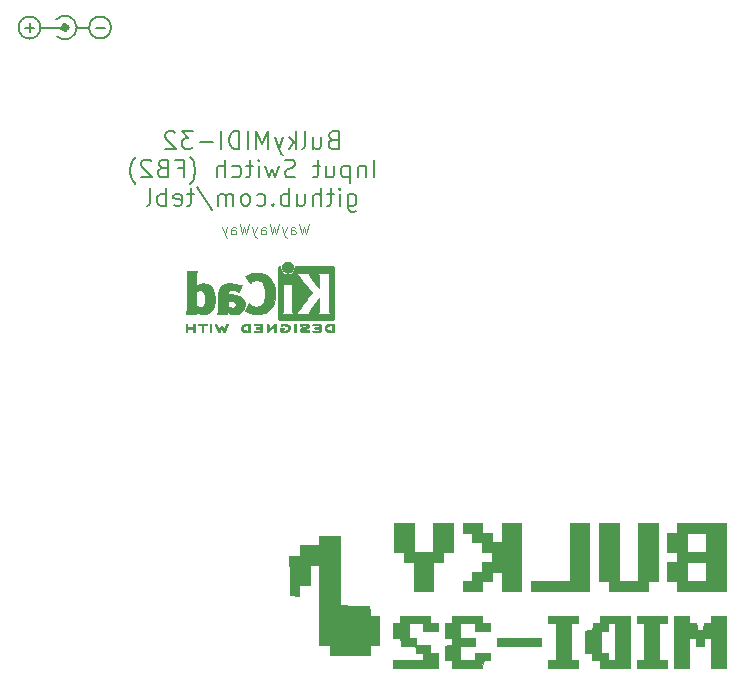
<source format=gbo>
G04 #@! TF.GenerationSoftware,KiCad,Pcbnew,(5.1.8)-1*
G04 #@! TF.CreationDate,2024-04-07T02:56:49+02:00*
G04 #@! TF.ProjectId,BulkyMIDI-32 Input Switch FB2,42756c6b-794d-4494-9449-2d333220496e,rev?*
G04 #@! TF.SameCoordinates,Original*
G04 #@! TF.FileFunction,Legend,Bot*
G04 #@! TF.FilePolarity,Positive*
%FSLAX46Y46*%
G04 Gerber Fmt 4.6, Leading zero omitted, Abs format (unit mm)*
G04 Created by KiCad (PCBNEW (5.1.8)-1) date 2024-04-07 02:56:49*
%MOMM*%
%LPD*%
G01*
G04 APERTURE LIST*
%ADD10C,0.100000*%
%ADD11C,0.150000*%
%ADD12C,0.010000*%
%ADD13C,0.500000*%
G04 APERTURE END LIST*
D10*
X103829285Y-73167142D02*
X103615000Y-74067142D01*
X103443571Y-73424285D01*
X103272142Y-74067142D01*
X103057857Y-73167142D01*
X102329285Y-74067142D02*
X102329285Y-73595714D01*
X102372142Y-73510000D01*
X102457857Y-73467142D01*
X102629285Y-73467142D01*
X102715000Y-73510000D01*
X102329285Y-74024285D02*
X102415000Y-74067142D01*
X102629285Y-74067142D01*
X102715000Y-74024285D01*
X102757857Y-73938571D01*
X102757857Y-73852857D01*
X102715000Y-73767142D01*
X102629285Y-73724285D01*
X102415000Y-73724285D01*
X102329285Y-73681428D01*
X101986428Y-73467142D02*
X101772142Y-74067142D01*
X101557857Y-73467142D02*
X101772142Y-74067142D01*
X101857857Y-74281428D01*
X101900714Y-74324285D01*
X101986428Y-74367142D01*
X101300714Y-73167142D02*
X101086428Y-74067142D01*
X100915000Y-73424285D01*
X100743571Y-74067142D01*
X100529285Y-73167142D01*
X99800714Y-74067142D02*
X99800714Y-73595714D01*
X99843571Y-73510000D01*
X99929285Y-73467142D01*
X100100714Y-73467142D01*
X100186428Y-73510000D01*
X99800714Y-74024285D02*
X99886428Y-74067142D01*
X100100714Y-74067142D01*
X100186428Y-74024285D01*
X100229285Y-73938571D01*
X100229285Y-73852857D01*
X100186428Y-73767142D01*
X100100714Y-73724285D01*
X99886428Y-73724285D01*
X99800714Y-73681428D01*
X99457857Y-73467142D02*
X99243571Y-74067142D01*
X99029285Y-73467142D02*
X99243571Y-74067142D01*
X99329285Y-74281428D01*
X99372142Y-74324285D01*
X99457857Y-74367142D01*
X98772142Y-73167142D02*
X98557857Y-74067142D01*
X98386428Y-73424285D01*
X98215000Y-74067142D01*
X98000714Y-73167142D01*
X97272142Y-74067142D02*
X97272142Y-73595714D01*
X97315000Y-73510000D01*
X97400714Y-73467142D01*
X97572142Y-73467142D01*
X97657857Y-73510000D01*
X97272142Y-74024285D02*
X97357857Y-74067142D01*
X97572142Y-74067142D01*
X97657857Y-74024285D01*
X97700714Y-73938571D01*
X97700714Y-73852857D01*
X97657857Y-73767142D01*
X97572142Y-73724285D01*
X97357857Y-73724285D01*
X97272142Y-73681428D01*
X96929285Y-73467142D02*
X96715000Y-74067142D01*
X96500714Y-73467142D02*
X96715000Y-74067142D01*
X96800714Y-74281428D01*
X96843571Y-74324285D01*
X96929285Y-74367142D01*
D11*
X105881428Y-66072857D02*
X105667142Y-66144285D01*
X105595714Y-66215714D01*
X105524285Y-66358571D01*
X105524285Y-66572857D01*
X105595714Y-66715714D01*
X105667142Y-66787142D01*
X105810000Y-66858571D01*
X106381428Y-66858571D01*
X106381428Y-65358571D01*
X105881428Y-65358571D01*
X105738571Y-65430000D01*
X105667142Y-65501428D01*
X105595714Y-65644285D01*
X105595714Y-65787142D01*
X105667142Y-65930000D01*
X105738571Y-66001428D01*
X105881428Y-66072857D01*
X106381428Y-66072857D01*
X104238571Y-65858571D02*
X104238571Y-66858571D01*
X104881428Y-65858571D02*
X104881428Y-66644285D01*
X104810000Y-66787142D01*
X104667142Y-66858571D01*
X104452857Y-66858571D01*
X104310000Y-66787142D01*
X104238571Y-66715714D01*
X103310000Y-66858571D02*
X103452857Y-66787142D01*
X103524285Y-66644285D01*
X103524285Y-65358571D01*
X102738571Y-66858571D02*
X102738571Y-65358571D01*
X102595714Y-66287142D02*
X102167142Y-66858571D01*
X102167142Y-65858571D02*
X102738571Y-66430000D01*
X101667142Y-65858571D02*
X101310000Y-66858571D01*
X100952857Y-65858571D02*
X101310000Y-66858571D01*
X101452857Y-67215714D01*
X101524285Y-67287142D01*
X101667142Y-67358571D01*
X100381428Y-66858571D02*
X100381428Y-65358571D01*
X99881428Y-66430000D01*
X99381428Y-65358571D01*
X99381428Y-66858571D01*
X98667142Y-66858571D02*
X98667142Y-65358571D01*
X97952857Y-66858571D02*
X97952857Y-65358571D01*
X97595714Y-65358571D01*
X97381428Y-65430000D01*
X97238571Y-65572857D01*
X97167142Y-65715714D01*
X97095714Y-66001428D01*
X97095714Y-66215714D01*
X97167142Y-66501428D01*
X97238571Y-66644285D01*
X97381428Y-66787142D01*
X97595714Y-66858571D01*
X97952857Y-66858571D01*
X96452857Y-66858571D02*
X96452857Y-65358571D01*
X95738571Y-66287142D02*
X94595714Y-66287142D01*
X94024285Y-65358571D02*
X93095714Y-65358571D01*
X93595714Y-65930000D01*
X93381428Y-65930000D01*
X93238571Y-66001428D01*
X93167142Y-66072857D01*
X93095714Y-66215714D01*
X93095714Y-66572857D01*
X93167142Y-66715714D01*
X93238571Y-66787142D01*
X93381428Y-66858571D01*
X93810000Y-66858571D01*
X93952857Y-66787142D01*
X94024285Y-66715714D01*
X92524285Y-65501428D02*
X92452857Y-65430000D01*
X92310000Y-65358571D01*
X91952857Y-65358571D01*
X91810000Y-65430000D01*
X91738571Y-65501428D01*
X91667142Y-65644285D01*
X91667142Y-65787142D01*
X91738571Y-66001428D01*
X92595714Y-66858571D01*
X91667142Y-66858571D01*
X109381428Y-69258571D02*
X109381428Y-67758571D01*
X108667142Y-68258571D02*
X108667142Y-69258571D01*
X108667142Y-68401428D02*
X108595714Y-68330000D01*
X108452857Y-68258571D01*
X108238571Y-68258571D01*
X108095714Y-68330000D01*
X108024285Y-68472857D01*
X108024285Y-69258571D01*
X107310000Y-68258571D02*
X107310000Y-69758571D01*
X107310000Y-68330000D02*
X107167142Y-68258571D01*
X106881428Y-68258571D01*
X106738571Y-68330000D01*
X106667142Y-68401428D01*
X106595714Y-68544285D01*
X106595714Y-68972857D01*
X106667142Y-69115714D01*
X106738571Y-69187142D01*
X106881428Y-69258571D01*
X107167142Y-69258571D01*
X107310000Y-69187142D01*
X105310000Y-68258571D02*
X105310000Y-69258571D01*
X105952857Y-68258571D02*
X105952857Y-69044285D01*
X105881428Y-69187142D01*
X105738571Y-69258571D01*
X105524285Y-69258571D01*
X105381428Y-69187142D01*
X105310000Y-69115714D01*
X104810000Y-68258571D02*
X104238571Y-68258571D01*
X104595714Y-67758571D02*
X104595714Y-69044285D01*
X104524285Y-69187142D01*
X104381428Y-69258571D01*
X104238571Y-69258571D01*
X102667142Y-69187142D02*
X102452857Y-69258571D01*
X102095714Y-69258571D01*
X101952857Y-69187142D01*
X101881428Y-69115714D01*
X101810000Y-68972857D01*
X101810000Y-68830000D01*
X101881428Y-68687142D01*
X101952857Y-68615714D01*
X102095714Y-68544285D01*
X102381428Y-68472857D01*
X102524285Y-68401428D01*
X102595714Y-68330000D01*
X102667142Y-68187142D01*
X102667142Y-68044285D01*
X102595714Y-67901428D01*
X102524285Y-67830000D01*
X102381428Y-67758571D01*
X102024285Y-67758571D01*
X101810000Y-67830000D01*
X101310000Y-68258571D02*
X101024285Y-69258571D01*
X100738571Y-68544285D01*
X100452857Y-69258571D01*
X100167142Y-68258571D01*
X99595714Y-69258571D02*
X99595714Y-68258571D01*
X99595714Y-67758571D02*
X99667142Y-67830000D01*
X99595714Y-67901428D01*
X99524285Y-67830000D01*
X99595714Y-67758571D01*
X99595714Y-67901428D01*
X99095714Y-68258571D02*
X98524285Y-68258571D01*
X98881428Y-67758571D02*
X98881428Y-69044285D01*
X98810000Y-69187142D01*
X98667142Y-69258571D01*
X98524285Y-69258571D01*
X97381428Y-69187142D02*
X97524285Y-69258571D01*
X97810000Y-69258571D01*
X97952857Y-69187142D01*
X98024285Y-69115714D01*
X98095714Y-68972857D01*
X98095714Y-68544285D01*
X98024285Y-68401428D01*
X97952857Y-68330000D01*
X97810000Y-68258571D01*
X97524285Y-68258571D01*
X97381428Y-68330000D01*
X96738571Y-69258571D02*
X96738571Y-67758571D01*
X96095714Y-69258571D02*
X96095714Y-68472857D01*
X96167142Y-68330000D01*
X96310000Y-68258571D01*
X96524285Y-68258571D01*
X96667142Y-68330000D01*
X96738571Y-68401428D01*
X93810000Y-69830000D02*
X93881428Y-69758571D01*
X94024285Y-69544285D01*
X94095714Y-69401428D01*
X94167142Y-69187142D01*
X94238571Y-68830000D01*
X94238571Y-68544285D01*
X94167142Y-68187142D01*
X94095714Y-67972857D01*
X94024285Y-67830000D01*
X93881428Y-67615714D01*
X93810000Y-67544285D01*
X92738571Y-68472857D02*
X93238571Y-68472857D01*
X93238571Y-69258571D02*
X93238571Y-67758571D01*
X92524285Y-67758571D01*
X91452857Y-68472857D02*
X91238571Y-68544285D01*
X91167142Y-68615714D01*
X91095714Y-68758571D01*
X91095714Y-68972857D01*
X91167142Y-69115714D01*
X91238571Y-69187142D01*
X91381428Y-69258571D01*
X91952857Y-69258571D01*
X91952857Y-67758571D01*
X91452857Y-67758571D01*
X91310000Y-67830000D01*
X91238571Y-67901428D01*
X91167142Y-68044285D01*
X91167142Y-68187142D01*
X91238571Y-68330000D01*
X91310000Y-68401428D01*
X91452857Y-68472857D01*
X91952857Y-68472857D01*
X90524285Y-67901428D02*
X90452857Y-67830000D01*
X90310000Y-67758571D01*
X89952857Y-67758571D01*
X89810000Y-67830000D01*
X89738571Y-67901428D01*
X89667142Y-68044285D01*
X89667142Y-68187142D01*
X89738571Y-68401428D01*
X90595714Y-69258571D01*
X89667142Y-69258571D01*
X89167142Y-69830000D02*
X89095714Y-69758571D01*
X88952857Y-69544285D01*
X88881428Y-69401428D01*
X88810000Y-69187142D01*
X88738571Y-68830000D01*
X88738571Y-68544285D01*
X88810000Y-68187142D01*
X88881428Y-67972857D01*
X88952857Y-67830000D01*
X89095714Y-67615714D01*
X89167142Y-67544285D01*
X107167142Y-70658571D02*
X107167142Y-71872857D01*
X107238571Y-72015714D01*
X107310000Y-72087142D01*
X107452857Y-72158571D01*
X107667142Y-72158571D01*
X107810000Y-72087142D01*
X107167142Y-71587142D02*
X107310000Y-71658571D01*
X107595714Y-71658571D01*
X107738571Y-71587142D01*
X107810000Y-71515714D01*
X107881428Y-71372857D01*
X107881428Y-70944285D01*
X107810000Y-70801428D01*
X107738571Y-70730000D01*
X107595714Y-70658571D01*
X107310000Y-70658571D01*
X107167142Y-70730000D01*
X106452857Y-71658571D02*
X106452857Y-70658571D01*
X106452857Y-70158571D02*
X106524285Y-70230000D01*
X106452857Y-70301428D01*
X106381428Y-70230000D01*
X106452857Y-70158571D01*
X106452857Y-70301428D01*
X105952857Y-70658571D02*
X105381428Y-70658571D01*
X105738571Y-70158571D02*
X105738571Y-71444285D01*
X105667142Y-71587142D01*
X105524285Y-71658571D01*
X105381428Y-71658571D01*
X104881428Y-71658571D02*
X104881428Y-70158571D01*
X104238571Y-71658571D02*
X104238571Y-70872857D01*
X104310000Y-70730000D01*
X104452857Y-70658571D01*
X104667142Y-70658571D01*
X104810000Y-70730000D01*
X104881428Y-70801428D01*
X102881428Y-70658571D02*
X102881428Y-71658571D01*
X103524285Y-70658571D02*
X103524285Y-71444285D01*
X103452857Y-71587142D01*
X103310000Y-71658571D01*
X103095714Y-71658571D01*
X102952857Y-71587142D01*
X102881428Y-71515714D01*
X102167142Y-71658571D02*
X102167142Y-70158571D01*
X102167142Y-70730000D02*
X102024285Y-70658571D01*
X101738571Y-70658571D01*
X101595714Y-70730000D01*
X101524285Y-70801428D01*
X101452857Y-70944285D01*
X101452857Y-71372857D01*
X101524285Y-71515714D01*
X101595714Y-71587142D01*
X101738571Y-71658571D01*
X102024285Y-71658571D01*
X102167142Y-71587142D01*
X100810000Y-71515714D02*
X100738571Y-71587142D01*
X100810000Y-71658571D01*
X100881428Y-71587142D01*
X100810000Y-71515714D01*
X100810000Y-71658571D01*
X99452857Y-71587142D02*
X99595714Y-71658571D01*
X99881428Y-71658571D01*
X100024285Y-71587142D01*
X100095714Y-71515714D01*
X100167142Y-71372857D01*
X100167142Y-70944285D01*
X100095714Y-70801428D01*
X100024285Y-70730000D01*
X99881428Y-70658571D01*
X99595714Y-70658571D01*
X99452857Y-70730000D01*
X98595714Y-71658571D02*
X98738571Y-71587142D01*
X98810000Y-71515714D01*
X98881428Y-71372857D01*
X98881428Y-70944285D01*
X98810000Y-70801428D01*
X98738571Y-70730000D01*
X98595714Y-70658571D01*
X98381428Y-70658571D01*
X98238571Y-70730000D01*
X98167142Y-70801428D01*
X98095714Y-70944285D01*
X98095714Y-71372857D01*
X98167142Y-71515714D01*
X98238571Y-71587142D01*
X98381428Y-71658571D01*
X98595714Y-71658571D01*
X97452857Y-71658571D02*
X97452857Y-70658571D01*
X97452857Y-70801428D02*
X97381428Y-70730000D01*
X97238571Y-70658571D01*
X97024285Y-70658571D01*
X96881428Y-70730000D01*
X96810000Y-70872857D01*
X96810000Y-71658571D01*
X96810000Y-70872857D02*
X96738571Y-70730000D01*
X96595714Y-70658571D01*
X96381428Y-70658571D01*
X96238571Y-70730000D01*
X96167142Y-70872857D01*
X96167142Y-71658571D01*
X94381428Y-70087142D02*
X95667142Y-72015714D01*
X94095714Y-70658571D02*
X93524285Y-70658571D01*
X93881428Y-70158571D02*
X93881428Y-71444285D01*
X93810000Y-71587142D01*
X93667142Y-71658571D01*
X93524285Y-71658571D01*
X92452857Y-71587142D02*
X92595714Y-71658571D01*
X92881428Y-71658571D01*
X93024285Y-71587142D01*
X93095714Y-71444285D01*
X93095714Y-70872857D01*
X93024285Y-70730000D01*
X92881428Y-70658571D01*
X92595714Y-70658571D01*
X92452857Y-70730000D01*
X92381428Y-70872857D01*
X92381428Y-71015714D01*
X93095714Y-71158571D01*
X91738571Y-71658571D02*
X91738571Y-70158571D01*
X91738571Y-70730000D02*
X91595714Y-70658571D01*
X91310000Y-70658571D01*
X91167142Y-70730000D01*
X91095714Y-70801428D01*
X91024285Y-70944285D01*
X91024285Y-71372857D01*
X91095714Y-71515714D01*
X91167142Y-71587142D01*
X91310000Y-71658571D01*
X91595714Y-71658571D01*
X91738571Y-71587142D01*
X90167142Y-71658571D02*
X90310000Y-71587142D01*
X90381428Y-71444285D01*
X90381428Y-70158571D01*
D12*
G36*
X114401500Y-100990500D02*
G01*
X112750500Y-100990500D01*
X112750500Y-98514000D01*
X111099500Y-98514000D01*
X111099500Y-100990500D01*
X111925000Y-100990500D01*
X111925000Y-101816000D01*
X112750500Y-101816000D01*
X112750500Y-104292500D01*
X114401500Y-104292500D01*
X114401500Y-101816000D01*
X115227000Y-101816000D01*
X115227000Y-100990500D01*
X116052500Y-100990500D01*
X116052500Y-98514000D01*
X114401500Y-98514000D01*
X114401500Y-100990500D01*
G37*
X114401500Y-100990500D02*
X112750500Y-100990500D01*
X112750500Y-98514000D01*
X111099500Y-98514000D01*
X111099500Y-100990500D01*
X111925000Y-100990500D01*
X111925000Y-101816000D01*
X112750500Y-101816000D01*
X112750500Y-104292500D01*
X114401500Y-104292500D01*
X114401500Y-101816000D01*
X115227000Y-101816000D01*
X115227000Y-100990500D01*
X116052500Y-100990500D01*
X116052500Y-98514000D01*
X114401500Y-98514000D01*
X114401500Y-100990500D01*
G36*
X120180000Y-100165000D02*
G01*
X119354500Y-100165000D01*
X119354500Y-99339500D01*
X118529000Y-99339500D01*
X118529000Y-98514000D01*
X116878000Y-98514000D01*
X116878000Y-99339500D01*
X117703500Y-99339500D01*
X117703500Y-100165000D01*
X118529000Y-100165000D01*
X118529000Y-100990500D01*
X119354500Y-100990500D01*
X119354500Y-101816000D01*
X118529000Y-101816000D01*
X118529000Y-102641500D01*
X117703500Y-102641500D01*
X117703500Y-103467000D01*
X116878000Y-103467000D01*
X116878000Y-104292500D01*
X118529000Y-104292500D01*
X118529000Y-103467000D01*
X119354500Y-103467000D01*
X119354500Y-102641500D01*
X120180000Y-102641500D01*
X120180000Y-104292500D01*
X121831000Y-104292500D01*
X121831000Y-98514000D01*
X120180000Y-98514000D01*
X120180000Y-100165000D01*
G37*
X120180000Y-100165000D02*
X119354500Y-100165000D01*
X119354500Y-99339500D01*
X118529000Y-99339500D01*
X118529000Y-98514000D01*
X116878000Y-98514000D01*
X116878000Y-99339500D01*
X117703500Y-99339500D01*
X117703500Y-100165000D01*
X118529000Y-100165000D01*
X118529000Y-100990500D01*
X119354500Y-100990500D01*
X119354500Y-101816000D01*
X118529000Y-101816000D01*
X118529000Y-102641500D01*
X117703500Y-102641500D01*
X117703500Y-103467000D01*
X116878000Y-103467000D01*
X116878000Y-104292500D01*
X118529000Y-104292500D01*
X118529000Y-103467000D01*
X119354500Y-103467000D01*
X119354500Y-102641500D01*
X120180000Y-102641500D01*
X120180000Y-104292500D01*
X121831000Y-104292500D01*
X121831000Y-98514000D01*
X120180000Y-98514000D01*
X120180000Y-100165000D01*
G36*
X125958500Y-103467000D02*
G01*
X122656500Y-103467000D01*
X122656500Y-104292500D01*
X127609500Y-104292500D01*
X127609500Y-98514000D01*
X125958500Y-98514000D01*
X125958500Y-103467000D01*
G37*
X125958500Y-103467000D02*
X122656500Y-103467000D01*
X122656500Y-104292500D01*
X127609500Y-104292500D01*
X127609500Y-98514000D01*
X125958500Y-98514000D01*
X125958500Y-103467000D01*
G36*
X131737000Y-103467000D02*
G01*
X130086000Y-103467000D01*
X130086000Y-98514000D01*
X128435000Y-98514000D01*
X128435000Y-103467000D01*
X129260500Y-103467000D01*
X129260500Y-104292500D01*
X132562500Y-104292500D01*
X132562500Y-103467000D01*
X133388000Y-103467000D01*
X133388000Y-98514000D01*
X131737000Y-98514000D01*
X131737000Y-103467000D01*
G37*
X131737000Y-103467000D02*
X130086000Y-103467000D01*
X130086000Y-98514000D01*
X128435000Y-98514000D01*
X128435000Y-103467000D01*
X129260500Y-103467000D01*
X129260500Y-104292500D01*
X132562500Y-104292500D01*
X132562500Y-103467000D01*
X133388000Y-103467000D01*
X133388000Y-98514000D01*
X131737000Y-98514000D01*
X131737000Y-103467000D01*
G36*
X135039000Y-99339500D02*
G01*
X134213500Y-99339500D01*
X134213500Y-100990500D01*
X135039000Y-100990500D01*
X135039000Y-101816000D01*
X134213500Y-101816000D01*
X134213500Y-103467000D01*
X135039000Y-103467000D01*
X135039000Y-104292500D01*
X139166500Y-104292500D01*
X139166500Y-101816000D01*
X137515500Y-101816000D01*
X137515500Y-103467000D01*
X135864500Y-103467000D01*
X135864500Y-101816000D01*
X137515500Y-101816000D01*
X139166500Y-101816000D01*
X139166500Y-99339500D01*
X137515500Y-99339500D01*
X137515500Y-100990500D01*
X135864500Y-100990500D01*
X135864500Y-99339500D01*
X137515500Y-99339500D01*
X139166500Y-99339500D01*
X139166500Y-98514000D01*
X135039000Y-98514000D01*
X135039000Y-99339500D01*
G37*
X135039000Y-99339500D02*
X134213500Y-99339500D01*
X134213500Y-100990500D01*
X135039000Y-100990500D01*
X135039000Y-101816000D01*
X134213500Y-101816000D01*
X134213500Y-103467000D01*
X135039000Y-103467000D01*
X135039000Y-104292500D01*
X139166500Y-104292500D01*
X139166500Y-101816000D01*
X137515500Y-101816000D01*
X137515500Y-103467000D01*
X135864500Y-103467000D01*
X135864500Y-101816000D01*
X137515500Y-101816000D01*
X139166500Y-101816000D01*
X139166500Y-99339500D01*
X137515500Y-99339500D01*
X137515500Y-100990500D01*
X135864500Y-100990500D01*
X135864500Y-99339500D01*
X137515500Y-99339500D01*
X139166500Y-99339500D01*
X139166500Y-98514000D01*
X135039000Y-98514000D01*
X135039000Y-99339500D01*
G36*
X119767250Y-108261250D02*
G01*
X119767250Y-108896250D01*
X121656375Y-108913069D01*
X123545500Y-108929889D01*
X123545500Y-108227610D01*
X119767250Y-108261250D01*
G37*
X119767250Y-108261250D02*
X119767250Y-108896250D01*
X121656375Y-108913069D01*
X123545500Y-108929889D01*
X123545500Y-108227610D01*
X119767250Y-108261250D01*
G36*
X104749500Y-100419000D02*
G01*
X103104303Y-100419000D01*
X103085527Y-100847625D01*
X103066750Y-101276250D01*
X102637077Y-101295050D01*
X102207403Y-101313850D01*
X102224327Y-102977800D01*
X102241250Y-104641750D01*
X103035000Y-104679560D01*
X103035000Y-103784500D01*
X103924000Y-103784500D01*
X103924000Y-102070000D01*
X104749500Y-102070000D01*
X104749500Y-108864500D01*
X105638500Y-108864500D01*
X105638500Y-109690000D01*
X109004000Y-109690000D01*
X109004000Y-108864500D01*
X109829500Y-108864500D01*
X109829500Y-106388000D01*
X109009803Y-106388000D01*
X108991027Y-105959375D01*
X108972250Y-105530750D01*
X107718125Y-105513532D01*
X106464000Y-105496315D01*
X106464000Y-99593500D01*
X104749500Y-99593500D01*
X104749500Y-100419000D01*
G37*
X104749500Y-100419000D02*
X103104303Y-100419000D01*
X103085527Y-100847625D01*
X103066750Y-101276250D01*
X102637077Y-101295050D01*
X102207403Y-101313850D01*
X102224327Y-102977800D01*
X102241250Y-104641750D01*
X103035000Y-104679560D01*
X103035000Y-103784500D01*
X103924000Y-103784500D01*
X103924000Y-102070000D01*
X104749500Y-102070000D01*
X104749500Y-108864500D01*
X105638500Y-108864500D01*
X105638500Y-109690000D01*
X109004000Y-109690000D01*
X109004000Y-108864500D01*
X109829500Y-108864500D01*
X109829500Y-106388000D01*
X109009803Y-106388000D01*
X108991027Y-105959375D01*
X108972250Y-105530750D01*
X107718125Y-105513532D01*
X106464000Y-105496315D01*
X106464000Y-99593500D01*
X104749500Y-99593500D01*
X104749500Y-100419000D01*
G36*
X111607500Y-106952541D02*
G01*
X111305875Y-106971895D01*
X111004250Y-106991250D01*
X111004250Y-108261250D01*
X111302533Y-108280467D01*
X111600815Y-108299685D01*
X111620033Y-108597967D01*
X111639250Y-108896250D01*
X112254989Y-108914383D01*
X112870727Y-108932517D01*
X112889989Y-109231883D01*
X112909250Y-109531250D01*
X113512500Y-109569958D01*
X113512500Y-110134500D01*
X110972500Y-110134500D01*
X110972500Y-110769500D01*
X114782500Y-110769500D01*
X114782500Y-109499500D01*
X114147500Y-109499500D01*
X114147500Y-108864500D01*
X112941000Y-108864500D01*
X112941000Y-108229500D01*
X112306000Y-108229500D01*
X112306000Y-107023000D01*
X113512500Y-107023000D01*
X113512500Y-107658000D01*
X114782500Y-107658000D01*
X114782500Y-106959500D01*
X114147500Y-106959500D01*
X114147500Y-106388000D01*
X111607500Y-106388000D01*
X111607500Y-106952541D01*
G37*
X111607500Y-106952541D02*
X111305875Y-106971895D01*
X111004250Y-106991250D01*
X111004250Y-108261250D01*
X111302533Y-108280467D01*
X111600815Y-108299685D01*
X111620033Y-108597967D01*
X111639250Y-108896250D01*
X112254989Y-108914383D01*
X112870727Y-108932517D01*
X112889989Y-109231883D01*
X112909250Y-109531250D01*
X113512500Y-109569958D01*
X113512500Y-110134500D01*
X110972500Y-110134500D01*
X110972500Y-110769500D01*
X114782500Y-110769500D01*
X114782500Y-109499500D01*
X114147500Y-109499500D01*
X114147500Y-108864500D01*
X112941000Y-108864500D01*
X112941000Y-108229500D01*
X112306000Y-108229500D01*
X112306000Y-107023000D01*
X113512500Y-107023000D01*
X113512500Y-107658000D01*
X114782500Y-107658000D01*
X114782500Y-106959500D01*
X114147500Y-106959500D01*
X114147500Y-106388000D01*
X111607500Y-106388000D01*
X111607500Y-106952541D01*
G36*
X115989000Y-106952541D02*
G01*
X115687375Y-106971895D01*
X115385750Y-106991250D01*
X115385750Y-108261250D01*
X115989000Y-108299958D01*
X115989000Y-108857541D01*
X115687375Y-108876895D01*
X115385750Y-108896250D01*
X115349402Y-110134500D01*
X115989000Y-110134500D01*
X115989000Y-110769500D01*
X118522042Y-110769500D01*
X118560750Y-110166250D01*
X118862375Y-110146895D01*
X119164000Y-110127541D01*
X119164000Y-109499500D01*
X117894000Y-109499500D01*
X117894000Y-110134500D01*
X116687500Y-110134500D01*
X116687500Y-108932598D01*
X117925750Y-108896250D01*
X117925750Y-108261250D01*
X117306625Y-108243075D01*
X116687500Y-108224901D01*
X116687500Y-107023000D01*
X117894000Y-107023000D01*
X117894000Y-107658000D01*
X119164000Y-107658000D01*
X119164000Y-106959500D01*
X118529000Y-106959500D01*
X118529000Y-106388000D01*
X115989000Y-106388000D01*
X115989000Y-106952541D01*
G37*
X115989000Y-106952541D02*
X115687375Y-106971895D01*
X115385750Y-106991250D01*
X115385750Y-108261250D01*
X115989000Y-108299958D01*
X115989000Y-108857541D01*
X115687375Y-108876895D01*
X115385750Y-108896250D01*
X115349402Y-110134500D01*
X115989000Y-110134500D01*
X115989000Y-110769500D01*
X118522042Y-110769500D01*
X118560750Y-110166250D01*
X118862375Y-110146895D01*
X119164000Y-110127541D01*
X119164000Y-109499500D01*
X117894000Y-109499500D01*
X117894000Y-110134500D01*
X116687500Y-110134500D01*
X116687500Y-108932598D01*
X117925750Y-108896250D01*
X117925750Y-108261250D01*
X117306625Y-108243075D01*
X116687500Y-108224901D01*
X116687500Y-107023000D01*
X117894000Y-107023000D01*
X117894000Y-107658000D01*
X119164000Y-107658000D01*
X119164000Y-106959500D01*
X118529000Y-106959500D01*
X118529000Y-106388000D01*
X115989000Y-106388000D01*
X115989000Y-106952541D01*
G36*
X124117000Y-107023000D02*
G01*
X124752000Y-107023000D01*
X124752000Y-110134500D01*
X124117000Y-110134500D01*
X124117000Y-110769500D01*
X126657000Y-110769500D01*
X126657000Y-110134500D01*
X126022000Y-110134500D01*
X126022000Y-107023000D01*
X126657000Y-107023000D01*
X126657000Y-106388000D01*
X124117000Y-106388000D01*
X124117000Y-107023000D01*
G37*
X124117000Y-107023000D02*
X124752000Y-107023000D01*
X124752000Y-110134500D01*
X124117000Y-110134500D01*
X124117000Y-110769500D01*
X126657000Y-110769500D01*
X126657000Y-110134500D01*
X126022000Y-110134500D01*
X126022000Y-107023000D01*
X126657000Y-107023000D01*
X126657000Y-106388000D01*
X124117000Y-106388000D01*
X124117000Y-107023000D01*
G36*
X128498500Y-106952541D02*
G01*
X128196875Y-106971895D01*
X127895250Y-106991250D01*
X127876033Y-107289532D01*
X127856815Y-107587814D01*
X127558533Y-107607032D01*
X127260250Y-107626250D01*
X127260250Y-109531250D01*
X127863500Y-109569958D01*
X127863500Y-110134500D01*
X128498500Y-110134500D01*
X128498500Y-110769500D01*
X131038500Y-110769500D01*
X131038500Y-107023000D01*
X129768500Y-107023000D01*
X129768500Y-110134500D01*
X129197000Y-110134500D01*
X129197000Y-109499500D01*
X128562000Y-109499500D01*
X128562000Y-107658000D01*
X129197000Y-107658000D01*
X129197000Y-107023000D01*
X129768500Y-107023000D01*
X131038500Y-107023000D01*
X131038500Y-106388000D01*
X128498500Y-106388000D01*
X128498500Y-106952541D01*
G37*
X128498500Y-106952541D02*
X128196875Y-106971895D01*
X127895250Y-106991250D01*
X127876033Y-107289532D01*
X127856815Y-107587814D01*
X127558533Y-107607032D01*
X127260250Y-107626250D01*
X127260250Y-109531250D01*
X127863500Y-109569958D01*
X127863500Y-110134500D01*
X128498500Y-110134500D01*
X128498500Y-110769500D01*
X131038500Y-110769500D01*
X131038500Y-107023000D01*
X129768500Y-107023000D01*
X129768500Y-110134500D01*
X129197000Y-110134500D01*
X129197000Y-109499500D01*
X128562000Y-109499500D01*
X128562000Y-107658000D01*
X129197000Y-107658000D01*
X129197000Y-107023000D01*
X129768500Y-107023000D01*
X131038500Y-107023000D01*
X131038500Y-106388000D01*
X128498500Y-106388000D01*
X128498500Y-106952541D01*
G36*
X131610000Y-107023000D02*
G01*
X132245000Y-107023000D01*
X132245000Y-110134500D01*
X131610000Y-110134500D01*
X131610000Y-110769500D01*
X134150000Y-110769500D01*
X134150000Y-110134500D01*
X133515000Y-110134500D01*
X133515000Y-107023000D01*
X134150000Y-107023000D01*
X134150000Y-106388000D01*
X131610000Y-106388000D01*
X131610000Y-107023000D01*
G37*
X131610000Y-107023000D02*
X132245000Y-107023000D01*
X132245000Y-110134500D01*
X131610000Y-110134500D01*
X131610000Y-110769500D01*
X134150000Y-110769500D01*
X134150000Y-110134500D01*
X133515000Y-110134500D01*
X133515000Y-107023000D01*
X134150000Y-107023000D01*
X134150000Y-106388000D01*
X131610000Y-106388000D01*
X131610000Y-107023000D01*
G36*
X137896500Y-106670270D02*
G01*
X137896501Y-106952541D01*
X137594875Y-106971895D01*
X137293250Y-106991250D01*
X137254542Y-107594500D01*
X136696959Y-107594500D01*
X136677605Y-107292875D01*
X136658250Y-106991250D01*
X136356625Y-106971895D01*
X136055001Y-106952541D01*
X136055000Y-106670270D01*
X136055000Y-106388000D01*
X134785000Y-106388000D01*
X134785000Y-110769500D01*
X136055000Y-110769500D01*
X136055000Y-108293000D01*
X136626500Y-108293000D01*
X136626500Y-108934636D01*
X137293250Y-108896250D01*
X137312605Y-108594625D01*
X137331959Y-108293000D01*
X137896500Y-108293000D01*
X137896500Y-110769500D01*
X139166500Y-110769500D01*
X139166500Y-106388000D01*
X137896500Y-106388000D01*
X137896500Y-106670270D01*
G37*
X137896500Y-106670270D02*
X137896501Y-106952541D01*
X137594875Y-106971895D01*
X137293250Y-106991250D01*
X137254542Y-107594500D01*
X136696959Y-107594500D01*
X136677605Y-107292875D01*
X136658250Y-106991250D01*
X136356625Y-106971895D01*
X136055001Y-106952541D01*
X136055000Y-106670270D01*
X136055000Y-106388000D01*
X134785000Y-106388000D01*
X134785000Y-110769500D01*
X136055000Y-110769500D01*
X136055000Y-108293000D01*
X136626500Y-108293000D01*
X136626500Y-108934636D01*
X137293250Y-108896250D01*
X137312605Y-108594625D01*
X137331959Y-108293000D01*
X137896500Y-108293000D01*
X137896500Y-110769500D01*
X139166500Y-110769500D01*
X139166500Y-106388000D01*
X137896500Y-106388000D01*
X137896500Y-106670270D01*
D11*
X84253500Y-56578500D02*
X85153500Y-56578500D01*
D13*
X83360000Y-56578500D02*
G75*
G03*
X83360000Y-56578500I-175000J0D01*
G01*
D11*
X83185000Y-56578500D02*
X81185000Y-56578500D01*
X87094500Y-56578500D02*
G75*
G03*
X87094500Y-56578500I-925000J0D01*
G01*
X81125500Y-56578500D02*
G75*
G03*
X81125500Y-56578500I-925000J0D01*
G01*
X82510000Y-57328500D02*
G75*
G03*
X82435000Y-55903500I675000J750000D01*
G01*
D12*
G36*
X101968043Y-76401571D02*
G01*
X101871768Y-76425809D01*
X101785184Y-76468641D01*
X101710373Y-76528419D01*
X101649418Y-76603494D01*
X101604399Y-76692220D01*
X101578136Y-76788530D01*
X101572286Y-76885795D01*
X101587140Y-76979654D01*
X101620840Y-77067511D01*
X101671528Y-77146770D01*
X101737345Y-77214836D01*
X101816434Y-77269112D01*
X101906934Y-77307002D01*
X101958200Y-77319426D01*
X102002698Y-77326947D01*
X102036999Y-77329919D01*
X102069960Y-77328094D01*
X102110434Y-77321225D01*
X102143531Y-77314250D01*
X102236947Y-77282741D01*
X102320619Y-77231617D01*
X102392665Y-77162429D01*
X102451200Y-77076728D01*
X102465148Y-77049489D01*
X102481586Y-77013122D01*
X102491894Y-76982582D01*
X102497460Y-76950450D01*
X102499669Y-76909307D01*
X102499948Y-76863222D01*
X102495861Y-76778865D01*
X102482446Y-76709586D01*
X102457256Y-76648961D01*
X102417846Y-76590567D01*
X102379298Y-76546302D01*
X102307406Y-76480484D01*
X102232313Y-76435053D01*
X102149562Y-76407850D01*
X102071928Y-76397576D01*
X101968043Y-76401571D01*
G37*
X101968043Y-76401571D02*
X101871768Y-76425809D01*
X101785184Y-76468641D01*
X101710373Y-76528419D01*
X101649418Y-76603494D01*
X101604399Y-76692220D01*
X101578136Y-76788530D01*
X101572286Y-76885795D01*
X101587140Y-76979654D01*
X101620840Y-77067511D01*
X101671528Y-77146770D01*
X101737345Y-77214836D01*
X101816434Y-77269112D01*
X101906934Y-77307002D01*
X101958200Y-77319426D01*
X102002698Y-77326947D01*
X102036999Y-77329919D01*
X102069960Y-77328094D01*
X102110434Y-77321225D01*
X102143531Y-77314250D01*
X102236947Y-77282741D01*
X102320619Y-77231617D01*
X102392665Y-77162429D01*
X102451200Y-77076728D01*
X102465148Y-77049489D01*
X102481586Y-77013122D01*
X102491894Y-76982582D01*
X102497460Y-76950450D01*
X102499669Y-76909307D01*
X102499948Y-76863222D01*
X102495861Y-76778865D01*
X102482446Y-76709586D01*
X102457256Y-76648961D01*
X102417846Y-76590567D01*
X102379298Y-76546302D01*
X102307406Y-76480484D01*
X102232313Y-76435053D01*
X102149562Y-76407850D01*
X102071928Y-76397576D01*
X101968043Y-76401571D01*
G36*
X93508493Y-78847245D02*
G01*
X93508474Y-79081662D01*
X93508448Y-79294603D01*
X93508375Y-79487168D01*
X93508218Y-79660459D01*
X93507936Y-79815576D01*
X93507491Y-79953620D01*
X93506844Y-80075692D01*
X93505955Y-80182894D01*
X93504787Y-80276326D01*
X93503299Y-80357090D01*
X93501454Y-80426286D01*
X93499211Y-80485015D01*
X93496531Y-80534379D01*
X93493377Y-80575478D01*
X93489708Y-80609413D01*
X93485487Y-80637286D01*
X93480673Y-80660198D01*
X93475227Y-80679249D01*
X93469112Y-80695540D01*
X93462288Y-80710173D01*
X93454715Y-80724249D01*
X93446355Y-80738868D01*
X93441161Y-80747974D01*
X93406896Y-80808689D01*
X94265045Y-80808689D01*
X94265045Y-80712733D01*
X94265776Y-80669370D01*
X94267728Y-80636205D01*
X94270537Y-80618424D01*
X94271779Y-80616778D01*
X94283201Y-80623662D01*
X94305916Y-80641505D01*
X94328615Y-80660879D01*
X94383200Y-80701614D01*
X94452679Y-80742617D01*
X94529730Y-80780123D01*
X94607035Y-80810364D01*
X94637887Y-80820012D01*
X94706384Y-80834578D01*
X94789236Y-80844539D01*
X94878629Y-80849583D01*
X94966752Y-80849396D01*
X95045793Y-80843666D01*
X95083489Y-80837858D01*
X95221586Y-80799797D01*
X95348887Y-80742073D01*
X95464708Y-80665211D01*
X95568363Y-80569739D01*
X95659167Y-80456179D01*
X95725969Y-80345381D01*
X95780836Y-80228625D01*
X95822837Y-80109276D01*
X95852833Y-79983283D01*
X95871689Y-79846594D01*
X95880268Y-79695158D01*
X95880994Y-79617711D01*
X95878900Y-79560934D01*
X95049783Y-79560934D01*
X95049576Y-79654002D01*
X95046663Y-79741692D01*
X95041000Y-79818772D01*
X95032545Y-79880009D01*
X95029962Y-79892350D01*
X94998160Y-79999633D01*
X94956502Y-80086658D01*
X94904637Y-80153642D01*
X94842219Y-80200805D01*
X94768900Y-80228365D01*
X94684331Y-80236541D01*
X94588165Y-80225551D01*
X94524689Y-80209829D01*
X94475546Y-80191639D01*
X94421417Y-80165791D01*
X94380756Y-80142089D01*
X94310200Y-80095721D01*
X94310200Y-78945530D01*
X94377608Y-78901962D01*
X94456133Y-78861040D01*
X94540319Y-78834389D01*
X94625443Y-78822465D01*
X94706784Y-78825722D01*
X94779620Y-78844615D01*
X94811574Y-78860184D01*
X94869499Y-78903181D01*
X94918456Y-78959953D01*
X94959610Y-79032575D01*
X94994126Y-79123121D01*
X95023167Y-79233666D01*
X95024448Y-79239533D01*
X95034619Y-79301788D01*
X95042261Y-79379594D01*
X95047330Y-79467720D01*
X95049783Y-79560934D01*
X95878900Y-79560934D01*
X95873143Y-79404895D01*
X95851198Y-79209059D01*
X95815214Y-79030332D01*
X95765241Y-78868845D01*
X95701332Y-78724726D01*
X95623538Y-78598106D01*
X95531911Y-78489115D01*
X95426503Y-78397883D01*
X95381338Y-78366932D01*
X95280389Y-78310785D01*
X95177099Y-78271174D01*
X95067011Y-78247014D01*
X94945670Y-78237219D01*
X94853164Y-78238265D01*
X94723510Y-78249231D01*
X94610916Y-78271046D01*
X94512125Y-78304714D01*
X94423879Y-78351236D01*
X94375014Y-78385448D01*
X94345647Y-78407362D01*
X94323957Y-78422333D01*
X94315747Y-78426733D01*
X94314132Y-78415904D01*
X94312841Y-78385251D01*
X94311862Y-78337526D01*
X94311183Y-78275479D01*
X94310790Y-78201862D01*
X94310670Y-78119427D01*
X94310812Y-78030925D01*
X94311203Y-77939107D01*
X94311829Y-77846724D01*
X94312680Y-77756528D01*
X94313740Y-77671271D01*
X94314999Y-77593703D01*
X94316444Y-77526576D01*
X94318062Y-77472641D01*
X94319839Y-77434650D01*
X94320331Y-77427667D01*
X94327908Y-77357251D01*
X94339469Y-77302102D01*
X94357208Y-77254981D01*
X94383318Y-77208647D01*
X94389585Y-77199067D01*
X94414017Y-77162378D01*
X93508689Y-77162378D01*
X93508493Y-78847245D01*
G37*
X93508493Y-78847245D02*
X93508474Y-79081662D01*
X93508448Y-79294603D01*
X93508375Y-79487168D01*
X93508218Y-79660459D01*
X93507936Y-79815576D01*
X93507491Y-79953620D01*
X93506844Y-80075692D01*
X93505955Y-80182894D01*
X93504787Y-80276326D01*
X93503299Y-80357090D01*
X93501454Y-80426286D01*
X93499211Y-80485015D01*
X93496531Y-80534379D01*
X93493377Y-80575478D01*
X93489708Y-80609413D01*
X93485487Y-80637286D01*
X93480673Y-80660198D01*
X93475227Y-80679249D01*
X93469112Y-80695540D01*
X93462288Y-80710173D01*
X93454715Y-80724249D01*
X93446355Y-80738868D01*
X93441161Y-80747974D01*
X93406896Y-80808689D01*
X94265045Y-80808689D01*
X94265045Y-80712733D01*
X94265776Y-80669370D01*
X94267728Y-80636205D01*
X94270537Y-80618424D01*
X94271779Y-80616778D01*
X94283201Y-80623662D01*
X94305916Y-80641505D01*
X94328615Y-80660879D01*
X94383200Y-80701614D01*
X94452679Y-80742617D01*
X94529730Y-80780123D01*
X94607035Y-80810364D01*
X94637887Y-80820012D01*
X94706384Y-80834578D01*
X94789236Y-80844539D01*
X94878629Y-80849583D01*
X94966752Y-80849396D01*
X95045793Y-80843666D01*
X95083489Y-80837858D01*
X95221586Y-80799797D01*
X95348887Y-80742073D01*
X95464708Y-80665211D01*
X95568363Y-80569739D01*
X95659167Y-80456179D01*
X95725969Y-80345381D01*
X95780836Y-80228625D01*
X95822837Y-80109276D01*
X95852833Y-79983283D01*
X95871689Y-79846594D01*
X95880268Y-79695158D01*
X95880994Y-79617711D01*
X95878900Y-79560934D01*
X95049783Y-79560934D01*
X95049576Y-79654002D01*
X95046663Y-79741692D01*
X95041000Y-79818772D01*
X95032545Y-79880009D01*
X95029962Y-79892350D01*
X94998160Y-79999633D01*
X94956502Y-80086658D01*
X94904637Y-80153642D01*
X94842219Y-80200805D01*
X94768900Y-80228365D01*
X94684331Y-80236541D01*
X94588165Y-80225551D01*
X94524689Y-80209829D01*
X94475546Y-80191639D01*
X94421417Y-80165791D01*
X94380756Y-80142089D01*
X94310200Y-80095721D01*
X94310200Y-78945530D01*
X94377608Y-78901962D01*
X94456133Y-78861040D01*
X94540319Y-78834389D01*
X94625443Y-78822465D01*
X94706784Y-78825722D01*
X94779620Y-78844615D01*
X94811574Y-78860184D01*
X94869499Y-78903181D01*
X94918456Y-78959953D01*
X94959610Y-79032575D01*
X94994126Y-79123121D01*
X95023167Y-79233666D01*
X95024448Y-79239533D01*
X95034619Y-79301788D01*
X95042261Y-79379594D01*
X95047330Y-79467720D01*
X95049783Y-79560934D01*
X95878900Y-79560934D01*
X95873143Y-79404895D01*
X95851198Y-79209059D01*
X95815214Y-79030332D01*
X95765241Y-78868845D01*
X95701332Y-78724726D01*
X95623538Y-78598106D01*
X95531911Y-78489115D01*
X95426503Y-78397883D01*
X95381338Y-78366932D01*
X95280389Y-78310785D01*
X95177099Y-78271174D01*
X95067011Y-78247014D01*
X94945670Y-78237219D01*
X94853164Y-78238265D01*
X94723510Y-78249231D01*
X94610916Y-78271046D01*
X94512125Y-78304714D01*
X94423879Y-78351236D01*
X94375014Y-78385448D01*
X94345647Y-78407362D01*
X94323957Y-78422333D01*
X94315747Y-78426733D01*
X94314132Y-78415904D01*
X94312841Y-78385251D01*
X94311862Y-78337526D01*
X94311183Y-78275479D01*
X94310790Y-78201862D01*
X94310670Y-78119427D01*
X94310812Y-78030925D01*
X94311203Y-77939107D01*
X94311829Y-77846724D01*
X94312680Y-77756528D01*
X94313740Y-77671271D01*
X94314999Y-77593703D01*
X94316444Y-77526576D01*
X94318062Y-77472641D01*
X94319839Y-77434650D01*
X94320331Y-77427667D01*
X94327908Y-77357251D01*
X94339469Y-77302102D01*
X94357208Y-77254981D01*
X94383318Y-77208647D01*
X94389585Y-77199067D01*
X94414017Y-77162378D01*
X93508689Y-77162378D01*
X93508493Y-78847245D01*
G36*
X97021426Y-78241552D02*
G01*
X96869508Y-78261567D01*
X96734244Y-78295202D01*
X96614761Y-78342725D01*
X96510185Y-78404405D01*
X96432576Y-78467965D01*
X96363735Y-78542099D01*
X96309994Y-78621871D01*
X96267090Y-78714091D01*
X96251616Y-78757161D01*
X96238756Y-78796142D01*
X96227554Y-78832289D01*
X96217880Y-78867434D01*
X96209604Y-78903410D01*
X96202597Y-78942050D01*
X96196728Y-78985185D01*
X96191869Y-79034649D01*
X96187890Y-79092273D01*
X96184660Y-79159891D01*
X96182051Y-79239334D01*
X96179933Y-79332436D01*
X96178176Y-79441027D01*
X96176651Y-79566942D01*
X96175228Y-79712012D01*
X96173975Y-79854778D01*
X96172649Y-80010968D01*
X96171444Y-80146239D01*
X96170234Y-80262246D01*
X96168894Y-80360645D01*
X96167300Y-80443093D01*
X96165325Y-80511246D01*
X96162844Y-80566760D01*
X96159731Y-80611292D01*
X96155862Y-80646498D01*
X96151111Y-80674034D01*
X96145352Y-80695556D01*
X96138461Y-80712722D01*
X96130311Y-80727186D01*
X96120777Y-80740606D01*
X96109734Y-80754638D01*
X96105434Y-80760071D01*
X96089614Y-80782910D01*
X96082578Y-80798463D01*
X96082556Y-80798922D01*
X96093433Y-80801121D01*
X96124418Y-80803147D01*
X96173043Y-80804942D01*
X96236837Y-80806451D01*
X96313331Y-80807616D01*
X96400056Y-80808380D01*
X96494543Y-80808686D01*
X96505450Y-80808689D01*
X96928343Y-80808689D01*
X96931605Y-80712622D01*
X96934867Y-80616556D01*
X96996956Y-80667543D01*
X97094286Y-80735057D01*
X97204187Y-80789749D01*
X97290651Y-80819978D01*
X97359722Y-80834666D01*
X97443075Y-80844659D01*
X97532841Y-80849646D01*
X97621155Y-80849313D01*
X97700149Y-80843351D01*
X97736378Y-80837638D01*
X97876397Y-80799776D01*
X98002822Y-80744932D01*
X98114740Y-80673924D01*
X98211238Y-80587568D01*
X98291400Y-80486679D01*
X98354313Y-80372076D01*
X98398688Y-80245984D01*
X98411022Y-80189401D01*
X98418632Y-80127202D01*
X98422261Y-80052363D01*
X98422755Y-80018467D01*
X98422690Y-80015282D01*
X97662752Y-80015282D01*
X97653459Y-80090333D01*
X97625272Y-80154160D01*
X97576803Y-80209798D01*
X97571746Y-80214211D01*
X97523452Y-80249037D01*
X97471743Y-80271620D01*
X97411011Y-80283540D01*
X97335648Y-80286383D01*
X97317541Y-80285978D01*
X97263722Y-80283325D01*
X97223692Y-80277909D01*
X97188676Y-80267745D01*
X97149897Y-80250850D01*
X97139255Y-80245672D01*
X97078604Y-80209844D01*
X97031785Y-80167212D01*
X97019048Y-80151973D01*
X96974378Y-80095462D01*
X96974378Y-79899586D01*
X96974914Y-79820939D01*
X96976604Y-79762988D01*
X96979572Y-79723875D01*
X96983943Y-79701741D01*
X96988028Y-79695274D01*
X97003953Y-79692111D01*
X97037736Y-79689488D01*
X97084660Y-79687655D01*
X97140007Y-79686857D01*
X97148894Y-79686842D01*
X97269670Y-79692096D01*
X97372340Y-79708263D01*
X97458894Y-79735961D01*
X97531319Y-79775808D01*
X97586249Y-79822758D01*
X97630796Y-79880645D01*
X97655520Y-79943693D01*
X97662752Y-80015282D01*
X98422690Y-80015282D01*
X98420822Y-79924712D01*
X98412478Y-79845812D01*
X98396232Y-79774590D01*
X98370595Y-79703864D01*
X98346599Y-79651493D01*
X98287980Y-79556196D01*
X98209883Y-79468170D01*
X98114685Y-79389017D01*
X98004762Y-79320340D01*
X97882490Y-79263741D01*
X97750245Y-79220821D01*
X97685578Y-79205882D01*
X97549396Y-79183777D01*
X97400951Y-79169194D01*
X97249495Y-79162813D01*
X97122936Y-79164445D01*
X96961050Y-79171224D01*
X96968470Y-79112245D01*
X96987762Y-79013092D01*
X97018896Y-78932372D01*
X97062731Y-78869466D01*
X97120129Y-78823756D01*
X97191952Y-78794622D01*
X97279059Y-78781447D01*
X97382314Y-78783611D01*
X97420289Y-78787612D01*
X97561480Y-78812780D01*
X97698293Y-78853814D01*
X97792822Y-78891815D01*
X97837982Y-78911190D01*
X97876415Y-78926760D01*
X97902766Y-78936405D01*
X97910454Y-78938452D01*
X97920198Y-78929374D01*
X97936917Y-78900405D01*
X97960768Y-78851217D01*
X97991907Y-78781484D01*
X98030493Y-78690879D01*
X98037090Y-78675089D01*
X98067147Y-78602772D01*
X98094126Y-78537425D01*
X98116864Y-78481906D01*
X98134194Y-78439072D01*
X98144952Y-78411781D01*
X98148059Y-78402942D01*
X98138060Y-78398187D01*
X98111783Y-78392910D01*
X98083511Y-78389231D01*
X98053354Y-78384474D01*
X98005567Y-78375028D01*
X97944388Y-78361820D01*
X97874054Y-78345776D01*
X97798806Y-78327820D01*
X97770245Y-78320797D01*
X97665184Y-78295209D01*
X97577520Y-78275147D01*
X97502932Y-78259969D01*
X97437097Y-78249035D01*
X97375693Y-78241704D01*
X97314398Y-78237335D01*
X97248890Y-78235287D01*
X97190872Y-78234889D01*
X97021426Y-78241552D01*
G37*
X97021426Y-78241552D02*
X96869508Y-78261567D01*
X96734244Y-78295202D01*
X96614761Y-78342725D01*
X96510185Y-78404405D01*
X96432576Y-78467965D01*
X96363735Y-78542099D01*
X96309994Y-78621871D01*
X96267090Y-78714091D01*
X96251616Y-78757161D01*
X96238756Y-78796142D01*
X96227554Y-78832289D01*
X96217880Y-78867434D01*
X96209604Y-78903410D01*
X96202597Y-78942050D01*
X96196728Y-78985185D01*
X96191869Y-79034649D01*
X96187890Y-79092273D01*
X96184660Y-79159891D01*
X96182051Y-79239334D01*
X96179933Y-79332436D01*
X96178176Y-79441027D01*
X96176651Y-79566942D01*
X96175228Y-79712012D01*
X96173975Y-79854778D01*
X96172649Y-80010968D01*
X96171444Y-80146239D01*
X96170234Y-80262246D01*
X96168894Y-80360645D01*
X96167300Y-80443093D01*
X96165325Y-80511246D01*
X96162844Y-80566760D01*
X96159731Y-80611292D01*
X96155862Y-80646498D01*
X96151111Y-80674034D01*
X96145352Y-80695556D01*
X96138461Y-80712722D01*
X96130311Y-80727186D01*
X96120777Y-80740606D01*
X96109734Y-80754638D01*
X96105434Y-80760071D01*
X96089614Y-80782910D01*
X96082578Y-80798463D01*
X96082556Y-80798922D01*
X96093433Y-80801121D01*
X96124418Y-80803147D01*
X96173043Y-80804942D01*
X96236837Y-80806451D01*
X96313331Y-80807616D01*
X96400056Y-80808380D01*
X96494543Y-80808686D01*
X96505450Y-80808689D01*
X96928343Y-80808689D01*
X96931605Y-80712622D01*
X96934867Y-80616556D01*
X96996956Y-80667543D01*
X97094286Y-80735057D01*
X97204187Y-80789749D01*
X97290651Y-80819978D01*
X97359722Y-80834666D01*
X97443075Y-80844659D01*
X97532841Y-80849646D01*
X97621155Y-80849313D01*
X97700149Y-80843351D01*
X97736378Y-80837638D01*
X97876397Y-80799776D01*
X98002822Y-80744932D01*
X98114740Y-80673924D01*
X98211238Y-80587568D01*
X98291400Y-80486679D01*
X98354313Y-80372076D01*
X98398688Y-80245984D01*
X98411022Y-80189401D01*
X98418632Y-80127202D01*
X98422261Y-80052363D01*
X98422755Y-80018467D01*
X98422690Y-80015282D01*
X97662752Y-80015282D01*
X97653459Y-80090333D01*
X97625272Y-80154160D01*
X97576803Y-80209798D01*
X97571746Y-80214211D01*
X97523452Y-80249037D01*
X97471743Y-80271620D01*
X97411011Y-80283540D01*
X97335648Y-80286383D01*
X97317541Y-80285978D01*
X97263722Y-80283325D01*
X97223692Y-80277909D01*
X97188676Y-80267745D01*
X97149897Y-80250850D01*
X97139255Y-80245672D01*
X97078604Y-80209844D01*
X97031785Y-80167212D01*
X97019048Y-80151973D01*
X96974378Y-80095462D01*
X96974378Y-79899586D01*
X96974914Y-79820939D01*
X96976604Y-79762988D01*
X96979572Y-79723875D01*
X96983943Y-79701741D01*
X96988028Y-79695274D01*
X97003953Y-79692111D01*
X97037736Y-79689488D01*
X97084660Y-79687655D01*
X97140007Y-79686857D01*
X97148894Y-79686842D01*
X97269670Y-79692096D01*
X97372340Y-79708263D01*
X97458894Y-79735961D01*
X97531319Y-79775808D01*
X97586249Y-79822758D01*
X97630796Y-79880645D01*
X97655520Y-79943693D01*
X97662752Y-80015282D01*
X98422690Y-80015282D01*
X98420822Y-79924712D01*
X98412478Y-79845812D01*
X98396232Y-79774590D01*
X98370595Y-79703864D01*
X98346599Y-79651493D01*
X98287980Y-79556196D01*
X98209883Y-79468170D01*
X98114685Y-79389017D01*
X98004762Y-79320340D01*
X97882490Y-79263741D01*
X97750245Y-79220821D01*
X97685578Y-79205882D01*
X97549396Y-79183777D01*
X97400951Y-79169194D01*
X97249495Y-79162813D01*
X97122936Y-79164445D01*
X96961050Y-79171224D01*
X96968470Y-79112245D01*
X96987762Y-79013092D01*
X97018896Y-78932372D01*
X97062731Y-78869466D01*
X97120129Y-78823756D01*
X97191952Y-78794622D01*
X97279059Y-78781447D01*
X97382314Y-78783611D01*
X97420289Y-78787612D01*
X97561480Y-78812780D01*
X97698293Y-78853814D01*
X97792822Y-78891815D01*
X97837982Y-78911190D01*
X97876415Y-78926760D01*
X97902766Y-78936405D01*
X97910454Y-78938452D01*
X97920198Y-78929374D01*
X97936917Y-78900405D01*
X97960768Y-78851217D01*
X97991907Y-78781484D01*
X98030493Y-78690879D01*
X98037090Y-78675089D01*
X98067147Y-78602772D01*
X98094126Y-78537425D01*
X98116864Y-78481906D01*
X98134194Y-78439072D01*
X98144952Y-78411781D01*
X98148059Y-78402942D01*
X98138060Y-78398187D01*
X98111783Y-78392910D01*
X98083511Y-78389231D01*
X98053354Y-78384474D01*
X98005567Y-78375028D01*
X97944388Y-78361820D01*
X97874054Y-78345776D01*
X97798806Y-78327820D01*
X97770245Y-78320797D01*
X97665184Y-78295209D01*
X97577520Y-78275147D01*
X97502932Y-78259969D01*
X97437097Y-78249035D01*
X97375693Y-78241704D01*
X97314398Y-78237335D01*
X97248890Y-78235287D01*
X97190872Y-78234889D01*
X97021426Y-78241552D01*
G36*
X99366571Y-77324071D02*
G01*
X99206430Y-77345245D01*
X99042490Y-77385385D01*
X98872687Y-77444889D01*
X98694957Y-77524154D01*
X98683690Y-77529699D01*
X98625995Y-77557725D01*
X98574448Y-77581802D01*
X98532809Y-77600249D01*
X98504838Y-77611386D01*
X98495267Y-77613933D01*
X98476050Y-77618941D01*
X98471439Y-77623147D01*
X98476542Y-77633580D01*
X98492582Y-77659868D01*
X98517712Y-77699257D01*
X98550086Y-77748991D01*
X98587857Y-77806315D01*
X98629178Y-77868476D01*
X98672202Y-77932718D01*
X98715083Y-77996285D01*
X98755974Y-78056425D01*
X98793029Y-78110380D01*
X98824400Y-78155397D01*
X98848241Y-78188721D01*
X98862706Y-78207597D01*
X98864691Y-78209787D01*
X98874809Y-78205138D01*
X98897150Y-78187962D01*
X98927720Y-78161440D01*
X98943464Y-78146964D01*
X99039953Y-78071682D01*
X99146664Y-78016241D01*
X99262168Y-77981141D01*
X99385038Y-77966880D01*
X99454439Y-77968051D01*
X99575577Y-77985212D01*
X99684795Y-78021094D01*
X99782418Y-78075959D01*
X99868772Y-78150070D01*
X99944185Y-78243688D01*
X100008982Y-78357076D01*
X100046399Y-78443667D01*
X100090252Y-78579366D01*
X100122572Y-78726850D01*
X100143443Y-78882314D01*
X100152949Y-79041956D01*
X100151173Y-79201973D01*
X100138197Y-79358561D01*
X100114106Y-79507918D01*
X100078982Y-79646240D01*
X100032908Y-79769724D01*
X100016627Y-79803978D01*
X99948380Y-79918064D01*
X99867921Y-80014557D01*
X99776430Y-80092670D01*
X99675089Y-80151617D01*
X99565080Y-80190612D01*
X99447585Y-80208868D01*
X99406117Y-80210211D01*
X99284559Y-80199290D01*
X99164122Y-80166474D01*
X99046334Y-80112439D01*
X98932723Y-80037865D01*
X98841315Y-79959539D01*
X98794785Y-79915008D01*
X98613517Y-80212271D01*
X98568420Y-80286433D01*
X98527181Y-80354646D01*
X98491265Y-80414459D01*
X98462134Y-80463420D01*
X98441250Y-80499079D01*
X98430076Y-80518984D01*
X98428625Y-80522079D01*
X98436854Y-80531718D01*
X98462433Y-80548999D01*
X98502127Y-80572283D01*
X98552703Y-80599934D01*
X98610926Y-80630315D01*
X98673563Y-80661790D01*
X98737379Y-80692722D01*
X98799140Y-80721473D01*
X98855612Y-80746408D01*
X98903562Y-80765889D01*
X98927014Y-80774318D01*
X99060779Y-80812133D01*
X99198673Y-80837136D01*
X99346378Y-80850140D01*
X99473167Y-80852468D01*
X99541122Y-80851373D01*
X99606723Y-80849275D01*
X99664153Y-80846434D01*
X99707597Y-80843106D01*
X99721702Y-80841422D01*
X99860716Y-80812587D01*
X100002243Y-80767468D01*
X100139725Y-80708750D01*
X100266606Y-80639120D01*
X100344111Y-80586441D01*
X100471519Y-80478239D01*
X100589822Y-80351671D01*
X100696828Y-80209866D01*
X100790348Y-80055951D01*
X100868190Y-79893053D01*
X100912044Y-79775756D01*
X100962292Y-79592128D01*
X100995791Y-79397581D01*
X101012551Y-79196325D01*
X101012584Y-78992568D01*
X100995899Y-78790521D01*
X100962507Y-78594392D01*
X100912420Y-78408391D01*
X100908603Y-78396803D01*
X100845719Y-78234750D01*
X100768972Y-78086832D01*
X100675758Y-77948865D01*
X100563473Y-77816661D01*
X100519608Y-77771399D01*
X100383466Y-77647457D01*
X100243509Y-77544915D01*
X100097589Y-77462656D01*
X99943558Y-77399564D01*
X99779268Y-77354523D01*
X99683711Y-77337033D01*
X99524977Y-77321466D01*
X99366571Y-77324071D01*
G37*
X99366571Y-77324071D02*
X99206430Y-77345245D01*
X99042490Y-77385385D01*
X98872687Y-77444889D01*
X98694957Y-77524154D01*
X98683690Y-77529699D01*
X98625995Y-77557725D01*
X98574448Y-77581802D01*
X98532809Y-77600249D01*
X98504838Y-77611386D01*
X98495267Y-77613933D01*
X98476050Y-77618941D01*
X98471439Y-77623147D01*
X98476542Y-77633580D01*
X98492582Y-77659868D01*
X98517712Y-77699257D01*
X98550086Y-77748991D01*
X98587857Y-77806315D01*
X98629178Y-77868476D01*
X98672202Y-77932718D01*
X98715083Y-77996285D01*
X98755974Y-78056425D01*
X98793029Y-78110380D01*
X98824400Y-78155397D01*
X98848241Y-78188721D01*
X98862706Y-78207597D01*
X98864691Y-78209787D01*
X98874809Y-78205138D01*
X98897150Y-78187962D01*
X98927720Y-78161440D01*
X98943464Y-78146964D01*
X99039953Y-78071682D01*
X99146664Y-78016241D01*
X99262168Y-77981141D01*
X99385038Y-77966880D01*
X99454439Y-77968051D01*
X99575577Y-77985212D01*
X99684795Y-78021094D01*
X99782418Y-78075959D01*
X99868772Y-78150070D01*
X99944185Y-78243688D01*
X100008982Y-78357076D01*
X100046399Y-78443667D01*
X100090252Y-78579366D01*
X100122572Y-78726850D01*
X100143443Y-78882314D01*
X100152949Y-79041956D01*
X100151173Y-79201973D01*
X100138197Y-79358561D01*
X100114106Y-79507918D01*
X100078982Y-79646240D01*
X100032908Y-79769724D01*
X100016627Y-79803978D01*
X99948380Y-79918064D01*
X99867921Y-80014557D01*
X99776430Y-80092670D01*
X99675089Y-80151617D01*
X99565080Y-80190612D01*
X99447585Y-80208868D01*
X99406117Y-80210211D01*
X99284559Y-80199290D01*
X99164122Y-80166474D01*
X99046334Y-80112439D01*
X98932723Y-80037865D01*
X98841315Y-79959539D01*
X98794785Y-79915008D01*
X98613517Y-80212271D01*
X98568420Y-80286433D01*
X98527181Y-80354646D01*
X98491265Y-80414459D01*
X98462134Y-80463420D01*
X98441250Y-80499079D01*
X98430076Y-80518984D01*
X98428625Y-80522079D01*
X98436854Y-80531718D01*
X98462433Y-80548999D01*
X98502127Y-80572283D01*
X98552703Y-80599934D01*
X98610926Y-80630315D01*
X98673563Y-80661790D01*
X98737379Y-80692722D01*
X98799140Y-80721473D01*
X98855612Y-80746408D01*
X98903562Y-80765889D01*
X98927014Y-80774318D01*
X99060779Y-80812133D01*
X99198673Y-80837136D01*
X99346378Y-80850140D01*
X99473167Y-80852468D01*
X99541122Y-80851373D01*
X99606723Y-80849275D01*
X99664153Y-80846434D01*
X99707597Y-80843106D01*
X99721702Y-80841422D01*
X99860716Y-80812587D01*
X100002243Y-80767468D01*
X100139725Y-80708750D01*
X100266606Y-80639120D01*
X100344111Y-80586441D01*
X100471519Y-80478239D01*
X100589822Y-80351671D01*
X100696828Y-80209866D01*
X100790348Y-80055951D01*
X100868190Y-79893053D01*
X100912044Y-79775756D01*
X100962292Y-79592128D01*
X100995791Y-79397581D01*
X101012551Y-79196325D01*
X101012584Y-78992568D01*
X100995899Y-78790521D01*
X100962507Y-78594392D01*
X100912420Y-78408391D01*
X100908603Y-78396803D01*
X100845719Y-78234750D01*
X100768972Y-78086832D01*
X100675758Y-77948865D01*
X100563473Y-77816661D01*
X100519608Y-77771399D01*
X100383466Y-77647457D01*
X100243509Y-77544915D01*
X100097589Y-77462656D01*
X99943558Y-77399564D01*
X99779268Y-77354523D01*
X99683711Y-77337033D01*
X99524977Y-77321466D01*
X99366571Y-77324071D01*
G36*
X102641400Y-76864054D02*
G01*
X102630535Y-76977993D01*
X102598918Y-77085616D01*
X102548015Y-77184615D01*
X102479293Y-77272684D01*
X102394219Y-77347516D01*
X102297232Y-77405384D01*
X102190964Y-77445005D01*
X102083950Y-77463573D01*
X101978300Y-77462434D01*
X101876125Y-77442930D01*
X101779534Y-77406406D01*
X101690638Y-77354205D01*
X101611546Y-77287673D01*
X101544369Y-77208152D01*
X101491217Y-77116987D01*
X101454199Y-77015523D01*
X101435427Y-76905102D01*
X101433489Y-76855206D01*
X101433489Y-76767267D01*
X101381560Y-76767267D01*
X101345253Y-76770111D01*
X101318355Y-76781911D01*
X101291249Y-76805649D01*
X101252867Y-76844031D01*
X101252867Y-79035602D01*
X101252876Y-79297739D01*
X101252908Y-79538241D01*
X101252972Y-79758048D01*
X101253076Y-79958101D01*
X101253227Y-80139344D01*
X101253434Y-80302716D01*
X101253706Y-80449160D01*
X101254050Y-80579617D01*
X101254474Y-80695029D01*
X101254987Y-80796338D01*
X101255597Y-80884484D01*
X101256312Y-80960410D01*
X101257140Y-81025057D01*
X101258089Y-81079367D01*
X101259167Y-81124280D01*
X101260383Y-81160740D01*
X101261745Y-81189687D01*
X101263261Y-81212063D01*
X101264938Y-81228809D01*
X101266786Y-81240868D01*
X101268813Y-81249180D01*
X101271025Y-81254687D01*
X101272108Y-81256537D01*
X101276271Y-81263549D01*
X101279805Y-81269996D01*
X101283635Y-81275900D01*
X101288682Y-81281286D01*
X101295871Y-81286178D01*
X101306123Y-81290598D01*
X101320364Y-81294572D01*
X101339514Y-81298121D01*
X101364499Y-81301270D01*
X101396240Y-81304042D01*
X101435662Y-81306461D01*
X101483686Y-81308551D01*
X101541237Y-81310335D01*
X101609237Y-81311837D01*
X101688610Y-81313080D01*
X101780279Y-81314089D01*
X101885166Y-81314885D01*
X102004196Y-81315494D01*
X102138290Y-81315939D01*
X102288373Y-81316243D01*
X102455367Y-81316430D01*
X102640196Y-81316524D01*
X102843783Y-81316548D01*
X103067050Y-81316525D01*
X103310922Y-81316480D01*
X103576321Y-81316437D01*
X103614704Y-81316432D01*
X103881682Y-81316389D01*
X104127002Y-81316318D01*
X104351583Y-81316213D01*
X104556345Y-81316066D01*
X104742206Y-81315869D01*
X104910088Y-81315616D01*
X105060908Y-81315300D01*
X105195587Y-81314913D01*
X105315044Y-81314447D01*
X105420199Y-81313897D01*
X105511971Y-81313253D01*
X105591279Y-81312511D01*
X105659043Y-81311661D01*
X105716182Y-81310697D01*
X105763617Y-81309611D01*
X105802266Y-81308397D01*
X105833049Y-81307047D01*
X105856885Y-81305555D01*
X105874694Y-81303911D01*
X105887395Y-81302111D01*
X105895908Y-81300145D01*
X105900266Y-81298477D01*
X105908728Y-81294906D01*
X105916497Y-81292270D01*
X105923602Y-81289634D01*
X105930073Y-81286062D01*
X105935939Y-81280621D01*
X105941229Y-81272375D01*
X105945974Y-81260390D01*
X105950202Y-81243731D01*
X105953943Y-81221463D01*
X105957227Y-81192652D01*
X105960083Y-81156363D01*
X105962540Y-81111661D01*
X105964629Y-81057611D01*
X105966378Y-80993279D01*
X105967817Y-80917730D01*
X105968976Y-80830030D01*
X105969883Y-80729243D01*
X105970569Y-80614434D01*
X105971063Y-80484670D01*
X105971395Y-80339015D01*
X105971593Y-80176535D01*
X105971687Y-79996295D01*
X105971708Y-79797360D01*
X105971685Y-79578796D01*
X105971646Y-79339668D01*
X105971622Y-79079040D01*
X105971622Y-79036889D01*
X105971636Y-78773992D01*
X105971661Y-78532732D01*
X105971671Y-78312165D01*
X105971642Y-78111352D01*
X105971548Y-77929349D01*
X105971362Y-77765216D01*
X105971059Y-77618011D01*
X105970614Y-77486792D01*
X105970034Y-77376867D01*
X105667197Y-77376867D01*
X105627407Y-77434711D01*
X105616236Y-77450479D01*
X105606166Y-77464441D01*
X105597138Y-77477784D01*
X105589097Y-77491693D01*
X105581986Y-77507356D01*
X105575747Y-77525958D01*
X105570325Y-77548686D01*
X105565662Y-77576727D01*
X105561701Y-77611267D01*
X105558385Y-77653492D01*
X105555659Y-77704589D01*
X105553464Y-77765744D01*
X105551745Y-77838144D01*
X105550444Y-77922975D01*
X105549505Y-78021422D01*
X105548870Y-78134674D01*
X105548484Y-78263916D01*
X105548288Y-78410334D01*
X105548227Y-78575116D01*
X105548243Y-78759447D01*
X105548280Y-78964513D01*
X105548289Y-79087133D01*
X105548265Y-79304082D01*
X105548231Y-79499642D01*
X105548243Y-79674999D01*
X105548358Y-79831341D01*
X105548630Y-79969857D01*
X105549118Y-80091734D01*
X105549876Y-80198160D01*
X105550962Y-80290322D01*
X105552431Y-80369409D01*
X105554340Y-80436608D01*
X105556744Y-80493107D01*
X105559701Y-80540093D01*
X105563266Y-80578755D01*
X105567495Y-80610280D01*
X105572446Y-80635855D01*
X105578173Y-80656670D01*
X105584733Y-80673911D01*
X105592183Y-80688765D01*
X105600579Y-80702422D01*
X105609976Y-80716069D01*
X105620432Y-80730893D01*
X105626523Y-80739783D01*
X105665296Y-80797400D01*
X105133732Y-80797400D01*
X105010483Y-80797365D01*
X104907987Y-80797215D01*
X104824420Y-80796878D01*
X104757956Y-80796286D01*
X104706771Y-80795367D01*
X104669041Y-80794051D01*
X104642940Y-80792269D01*
X104626644Y-80789951D01*
X104618328Y-80787026D01*
X104616168Y-80783424D01*
X104618339Y-80779075D01*
X104619535Y-80777645D01*
X104644685Y-80740573D01*
X104670583Y-80687772D01*
X104694192Y-80625770D01*
X104702461Y-80599357D01*
X104707078Y-80581416D01*
X104710979Y-80560355D01*
X104714248Y-80534089D01*
X104716966Y-80500532D01*
X104719215Y-80457599D01*
X104721077Y-80403204D01*
X104722636Y-80335262D01*
X104723972Y-80251688D01*
X104725169Y-80150395D01*
X104726308Y-80029300D01*
X104726685Y-79984600D01*
X104727702Y-79859449D01*
X104728460Y-79755082D01*
X104728903Y-79669707D01*
X104728970Y-79601533D01*
X104728605Y-79548765D01*
X104727748Y-79509614D01*
X104726341Y-79482285D01*
X104724325Y-79464986D01*
X104721643Y-79455926D01*
X104718236Y-79453312D01*
X104714044Y-79455351D01*
X104709571Y-79459667D01*
X104699216Y-79472602D01*
X104677158Y-79501676D01*
X104644957Y-79544759D01*
X104604174Y-79599718D01*
X104556370Y-79664423D01*
X104503105Y-79736742D01*
X104445940Y-79814544D01*
X104386437Y-79895698D01*
X104326155Y-79978072D01*
X104266655Y-80059536D01*
X104209498Y-80137957D01*
X104156245Y-80211204D01*
X104108457Y-80277147D01*
X104067693Y-80333654D01*
X104035516Y-80378593D01*
X104013485Y-80409834D01*
X104008917Y-80416466D01*
X103985996Y-80453369D01*
X103959188Y-80501359D01*
X103933789Y-80550897D01*
X103930568Y-80557577D01*
X103908890Y-80605772D01*
X103896304Y-80643334D01*
X103890574Y-80679160D01*
X103889456Y-80721200D01*
X103890090Y-80797400D01*
X102735651Y-80797400D01*
X102826815Y-80703669D01*
X102873612Y-80653775D01*
X102923899Y-80597295D01*
X102969944Y-80543026D01*
X102990369Y-80517673D01*
X103020807Y-80478128D01*
X103060862Y-80424916D01*
X103109361Y-80359667D01*
X103165135Y-80284011D01*
X103227011Y-80199577D01*
X103293819Y-80107994D01*
X103364387Y-80010892D01*
X103437545Y-79909901D01*
X103512121Y-79806650D01*
X103586944Y-79702768D01*
X103660843Y-79599885D01*
X103732646Y-79499631D01*
X103801184Y-79403636D01*
X103865284Y-79313527D01*
X103923775Y-79230936D01*
X103975486Y-79157492D01*
X104019247Y-79094824D01*
X104053885Y-79044561D01*
X104078230Y-79008334D01*
X104091111Y-78987771D01*
X104092869Y-78983668D01*
X104084910Y-78972342D01*
X104064115Y-78945162D01*
X104031847Y-78903829D01*
X103989470Y-78850044D01*
X103938347Y-78785506D01*
X103879841Y-78711918D01*
X103815314Y-78630978D01*
X103746131Y-78544388D01*
X103673653Y-78453848D01*
X103599246Y-78361060D01*
X103539517Y-78286702D01*
X102528511Y-78286702D01*
X102522602Y-78299659D01*
X102508272Y-78321908D01*
X102507225Y-78323391D01*
X102488438Y-78353544D01*
X102468791Y-78390375D01*
X102464892Y-78398511D01*
X102461356Y-78406940D01*
X102458230Y-78417059D01*
X102455486Y-78430260D01*
X102453092Y-78447938D01*
X102451019Y-78471484D01*
X102449235Y-78502293D01*
X102447712Y-78541757D01*
X102446419Y-78591269D01*
X102445326Y-78652223D01*
X102444403Y-78726011D01*
X102443619Y-78814028D01*
X102442945Y-78917665D01*
X102442350Y-79038316D01*
X102441805Y-79177374D01*
X102441279Y-79336232D01*
X102440745Y-79515089D01*
X102440206Y-79700207D01*
X102439772Y-79864145D01*
X102439509Y-80008303D01*
X102439484Y-80134079D01*
X102439765Y-80242871D01*
X102440419Y-80336077D01*
X102441514Y-80415097D01*
X102443118Y-80481328D01*
X102445297Y-80536170D01*
X102448119Y-80581021D01*
X102451651Y-80617278D01*
X102455961Y-80646341D01*
X102461117Y-80669609D01*
X102467185Y-80688479D01*
X102474233Y-80704351D01*
X102482329Y-80718622D01*
X102491540Y-80732691D01*
X102500040Y-80745158D01*
X102517176Y-80771452D01*
X102527322Y-80789037D01*
X102528511Y-80792257D01*
X102517604Y-80793334D01*
X102486411Y-80794335D01*
X102437223Y-80795235D01*
X102372333Y-80796010D01*
X102294030Y-80796637D01*
X102204607Y-80797091D01*
X102106356Y-80797349D01*
X102037445Y-80797400D01*
X101932452Y-80797180D01*
X101835610Y-80796548D01*
X101749107Y-80795549D01*
X101675132Y-80794227D01*
X101615874Y-80792626D01*
X101573520Y-80790791D01*
X101550260Y-80788765D01*
X101546378Y-80787493D01*
X101554076Y-80772591D01*
X101562074Y-80764560D01*
X101575246Y-80747434D01*
X101592485Y-80717183D01*
X101604407Y-80692622D01*
X101631045Y-80633711D01*
X101634120Y-79456845D01*
X101637195Y-78279978D01*
X102082853Y-78279978D01*
X102180670Y-78280142D01*
X102271064Y-78280611D01*
X102351630Y-78281347D01*
X102419962Y-78282316D01*
X102473656Y-78283480D01*
X102510305Y-78284803D01*
X102527504Y-78286249D01*
X102528511Y-78286702D01*
X103539517Y-78286702D01*
X103524270Y-78267722D01*
X103450090Y-78175537D01*
X103378069Y-78086204D01*
X103309569Y-78001424D01*
X103245955Y-77922898D01*
X103188588Y-77852326D01*
X103138833Y-77791409D01*
X103098052Y-77741847D01*
X103080888Y-77721178D01*
X102994596Y-77620516D01*
X102917997Y-77537259D01*
X102849183Y-77469438D01*
X102786248Y-77415089D01*
X102776867Y-77407722D01*
X102737356Y-77377117D01*
X103869116Y-77376867D01*
X103863827Y-77424844D01*
X103867130Y-77482188D01*
X103888661Y-77550463D01*
X103928635Y-77630212D01*
X103973943Y-77702495D01*
X103990161Y-77725140D01*
X104018214Y-77762696D01*
X104056430Y-77813021D01*
X104103137Y-77873973D01*
X104156661Y-77943411D01*
X104215331Y-78019194D01*
X104277475Y-78099180D01*
X104341421Y-78181228D01*
X104405495Y-78263196D01*
X104468027Y-78342943D01*
X104527343Y-78418327D01*
X104581771Y-78487207D01*
X104629639Y-78547442D01*
X104669275Y-78596889D01*
X104699006Y-78633408D01*
X104717161Y-78654858D01*
X104720220Y-78658156D01*
X104723079Y-78650149D01*
X104725293Y-78619855D01*
X104726857Y-78567556D01*
X104727767Y-78493531D01*
X104728020Y-78398063D01*
X104727613Y-78281434D01*
X104726704Y-78161445D01*
X104725382Y-78029333D01*
X104723857Y-77917594D01*
X104721881Y-77824025D01*
X104719206Y-77746419D01*
X104715582Y-77682574D01*
X104710761Y-77630283D01*
X104704494Y-77587344D01*
X104696532Y-77551551D01*
X104686627Y-77520700D01*
X104674531Y-77492586D01*
X104659993Y-77465005D01*
X104645311Y-77439966D01*
X104607314Y-77376867D01*
X105667197Y-77376867D01*
X105970034Y-77376867D01*
X105970001Y-77370617D01*
X105969195Y-77268544D01*
X105968170Y-77179633D01*
X105966900Y-77102941D01*
X105965360Y-77037527D01*
X105963524Y-76982449D01*
X105961367Y-76936765D01*
X105958863Y-76899534D01*
X105955987Y-76869813D01*
X105952713Y-76846662D01*
X105949015Y-76829139D01*
X105944869Y-76816301D01*
X105940247Y-76807208D01*
X105935126Y-76800918D01*
X105929478Y-76796488D01*
X105923279Y-76792978D01*
X105916504Y-76789445D01*
X105910508Y-76785876D01*
X105905275Y-76783300D01*
X105897099Y-76780972D01*
X105884886Y-76778878D01*
X105867541Y-76777007D01*
X105843969Y-76775347D01*
X105813077Y-76773884D01*
X105773768Y-76772608D01*
X105724950Y-76771504D01*
X105665527Y-76770561D01*
X105594404Y-76769767D01*
X105510488Y-76769109D01*
X105412683Y-76768575D01*
X105299894Y-76768153D01*
X105171029Y-76767829D01*
X105024991Y-76767592D01*
X104860686Y-76767430D01*
X104677020Y-76767330D01*
X104472897Y-76767280D01*
X104261753Y-76767267D01*
X102641400Y-76767267D01*
X102641400Y-76864054D01*
G37*
X102641400Y-76864054D02*
X102630535Y-76977993D01*
X102598918Y-77085616D01*
X102548015Y-77184615D01*
X102479293Y-77272684D01*
X102394219Y-77347516D01*
X102297232Y-77405384D01*
X102190964Y-77445005D01*
X102083950Y-77463573D01*
X101978300Y-77462434D01*
X101876125Y-77442930D01*
X101779534Y-77406406D01*
X101690638Y-77354205D01*
X101611546Y-77287673D01*
X101544369Y-77208152D01*
X101491217Y-77116987D01*
X101454199Y-77015523D01*
X101435427Y-76905102D01*
X101433489Y-76855206D01*
X101433489Y-76767267D01*
X101381560Y-76767267D01*
X101345253Y-76770111D01*
X101318355Y-76781911D01*
X101291249Y-76805649D01*
X101252867Y-76844031D01*
X101252867Y-79035602D01*
X101252876Y-79297739D01*
X101252908Y-79538241D01*
X101252972Y-79758048D01*
X101253076Y-79958101D01*
X101253227Y-80139344D01*
X101253434Y-80302716D01*
X101253706Y-80449160D01*
X101254050Y-80579617D01*
X101254474Y-80695029D01*
X101254987Y-80796338D01*
X101255597Y-80884484D01*
X101256312Y-80960410D01*
X101257140Y-81025057D01*
X101258089Y-81079367D01*
X101259167Y-81124280D01*
X101260383Y-81160740D01*
X101261745Y-81189687D01*
X101263261Y-81212063D01*
X101264938Y-81228809D01*
X101266786Y-81240868D01*
X101268813Y-81249180D01*
X101271025Y-81254687D01*
X101272108Y-81256537D01*
X101276271Y-81263549D01*
X101279805Y-81269996D01*
X101283635Y-81275900D01*
X101288682Y-81281286D01*
X101295871Y-81286178D01*
X101306123Y-81290598D01*
X101320364Y-81294572D01*
X101339514Y-81298121D01*
X101364499Y-81301270D01*
X101396240Y-81304042D01*
X101435662Y-81306461D01*
X101483686Y-81308551D01*
X101541237Y-81310335D01*
X101609237Y-81311837D01*
X101688610Y-81313080D01*
X101780279Y-81314089D01*
X101885166Y-81314885D01*
X102004196Y-81315494D01*
X102138290Y-81315939D01*
X102288373Y-81316243D01*
X102455367Y-81316430D01*
X102640196Y-81316524D01*
X102843783Y-81316548D01*
X103067050Y-81316525D01*
X103310922Y-81316480D01*
X103576321Y-81316437D01*
X103614704Y-81316432D01*
X103881682Y-81316389D01*
X104127002Y-81316318D01*
X104351583Y-81316213D01*
X104556345Y-81316066D01*
X104742206Y-81315869D01*
X104910088Y-81315616D01*
X105060908Y-81315300D01*
X105195587Y-81314913D01*
X105315044Y-81314447D01*
X105420199Y-81313897D01*
X105511971Y-81313253D01*
X105591279Y-81312511D01*
X105659043Y-81311661D01*
X105716182Y-81310697D01*
X105763617Y-81309611D01*
X105802266Y-81308397D01*
X105833049Y-81307047D01*
X105856885Y-81305555D01*
X105874694Y-81303911D01*
X105887395Y-81302111D01*
X105895908Y-81300145D01*
X105900266Y-81298477D01*
X105908728Y-81294906D01*
X105916497Y-81292270D01*
X105923602Y-81289634D01*
X105930073Y-81286062D01*
X105935939Y-81280621D01*
X105941229Y-81272375D01*
X105945974Y-81260390D01*
X105950202Y-81243731D01*
X105953943Y-81221463D01*
X105957227Y-81192652D01*
X105960083Y-81156363D01*
X105962540Y-81111661D01*
X105964629Y-81057611D01*
X105966378Y-80993279D01*
X105967817Y-80917730D01*
X105968976Y-80830030D01*
X105969883Y-80729243D01*
X105970569Y-80614434D01*
X105971063Y-80484670D01*
X105971395Y-80339015D01*
X105971593Y-80176535D01*
X105971687Y-79996295D01*
X105971708Y-79797360D01*
X105971685Y-79578796D01*
X105971646Y-79339668D01*
X105971622Y-79079040D01*
X105971622Y-79036889D01*
X105971636Y-78773992D01*
X105971661Y-78532732D01*
X105971671Y-78312165D01*
X105971642Y-78111352D01*
X105971548Y-77929349D01*
X105971362Y-77765216D01*
X105971059Y-77618011D01*
X105970614Y-77486792D01*
X105970034Y-77376867D01*
X105667197Y-77376867D01*
X105627407Y-77434711D01*
X105616236Y-77450479D01*
X105606166Y-77464441D01*
X105597138Y-77477784D01*
X105589097Y-77491693D01*
X105581986Y-77507356D01*
X105575747Y-77525958D01*
X105570325Y-77548686D01*
X105565662Y-77576727D01*
X105561701Y-77611267D01*
X105558385Y-77653492D01*
X105555659Y-77704589D01*
X105553464Y-77765744D01*
X105551745Y-77838144D01*
X105550444Y-77922975D01*
X105549505Y-78021422D01*
X105548870Y-78134674D01*
X105548484Y-78263916D01*
X105548288Y-78410334D01*
X105548227Y-78575116D01*
X105548243Y-78759447D01*
X105548280Y-78964513D01*
X105548289Y-79087133D01*
X105548265Y-79304082D01*
X105548231Y-79499642D01*
X105548243Y-79674999D01*
X105548358Y-79831341D01*
X105548630Y-79969857D01*
X105549118Y-80091734D01*
X105549876Y-80198160D01*
X105550962Y-80290322D01*
X105552431Y-80369409D01*
X105554340Y-80436608D01*
X105556744Y-80493107D01*
X105559701Y-80540093D01*
X105563266Y-80578755D01*
X105567495Y-80610280D01*
X105572446Y-80635855D01*
X105578173Y-80656670D01*
X105584733Y-80673911D01*
X105592183Y-80688765D01*
X105600579Y-80702422D01*
X105609976Y-80716069D01*
X105620432Y-80730893D01*
X105626523Y-80739783D01*
X105665296Y-80797400D01*
X105133732Y-80797400D01*
X105010483Y-80797365D01*
X104907987Y-80797215D01*
X104824420Y-80796878D01*
X104757956Y-80796286D01*
X104706771Y-80795367D01*
X104669041Y-80794051D01*
X104642940Y-80792269D01*
X104626644Y-80789951D01*
X104618328Y-80787026D01*
X104616168Y-80783424D01*
X104618339Y-80779075D01*
X104619535Y-80777645D01*
X104644685Y-80740573D01*
X104670583Y-80687772D01*
X104694192Y-80625770D01*
X104702461Y-80599357D01*
X104707078Y-80581416D01*
X104710979Y-80560355D01*
X104714248Y-80534089D01*
X104716966Y-80500532D01*
X104719215Y-80457599D01*
X104721077Y-80403204D01*
X104722636Y-80335262D01*
X104723972Y-80251688D01*
X104725169Y-80150395D01*
X104726308Y-80029300D01*
X104726685Y-79984600D01*
X104727702Y-79859449D01*
X104728460Y-79755082D01*
X104728903Y-79669707D01*
X104728970Y-79601533D01*
X104728605Y-79548765D01*
X104727748Y-79509614D01*
X104726341Y-79482285D01*
X104724325Y-79464986D01*
X104721643Y-79455926D01*
X104718236Y-79453312D01*
X104714044Y-79455351D01*
X104709571Y-79459667D01*
X104699216Y-79472602D01*
X104677158Y-79501676D01*
X104644957Y-79544759D01*
X104604174Y-79599718D01*
X104556370Y-79664423D01*
X104503105Y-79736742D01*
X104445940Y-79814544D01*
X104386437Y-79895698D01*
X104326155Y-79978072D01*
X104266655Y-80059536D01*
X104209498Y-80137957D01*
X104156245Y-80211204D01*
X104108457Y-80277147D01*
X104067693Y-80333654D01*
X104035516Y-80378593D01*
X104013485Y-80409834D01*
X104008917Y-80416466D01*
X103985996Y-80453369D01*
X103959188Y-80501359D01*
X103933789Y-80550897D01*
X103930568Y-80557577D01*
X103908890Y-80605772D01*
X103896304Y-80643334D01*
X103890574Y-80679160D01*
X103889456Y-80721200D01*
X103890090Y-80797400D01*
X102735651Y-80797400D01*
X102826815Y-80703669D01*
X102873612Y-80653775D01*
X102923899Y-80597295D01*
X102969944Y-80543026D01*
X102990369Y-80517673D01*
X103020807Y-80478128D01*
X103060862Y-80424916D01*
X103109361Y-80359667D01*
X103165135Y-80284011D01*
X103227011Y-80199577D01*
X103293819Y-80107994D01*
X103364387Y-80010892D01*
X103437545Y-79909901D01*
X103512121Y-79806650D01*
X103586944Y-79702768D01*
X103660843Y-79599885D01*
X103732646Y-79499631D01*
X103801184Y-79403636D01*
X103865284Y-79313527D01*
X103923775Y-79230936D01*
X103975486Y-79157492D01*
X104019247Y-79094824D01*
X104053885Y-79044561D01*
X104078230Y-79008334D01*
X104091111Y-78987771D01*
X104092869Y-78983668D01*
X104084910Y-78972342D01*
X104064115Y-78945162D01*
X104031847Y-78903829D01*
X103989470Y-78850044D01*
X103938347Y-78785506D01*
X103879841Y-78711918D01*
X103815314Y-78630978D01*
X103746131Y-78544388D01*
X103673653Y-78453848D01*
X103599246Y-78361060D01*
X103539517Y-78286702D01*
X102528511Y-78286702D01*
X102522602Y-78299659D01*
X102508272Y-78321908D01*
X102507225Y-78323391D01*
X102488438Y-78353544D01*
X102468791Y-78390375D01*
X102464892Y-78398511D01*
X102461356Y-78406940D01*
X102458230Y-78417059D01*
X102455486Y-78430260D01*
X102453092Y-78447938D01*
X102451019Y-78471484D01*
X102449235Y-78502293D01*
X102447712Y-78541757D01*
X102446419Y-78591269D01*
X102445326Y-78652223D01*
X102444403Y-78726011D01*
X102443619Y-78814028D01*
X102442945Y-78917665D01*
X102442350Y-79038316D01*
X102441805Y-79177374D01*
X102441279Y-79336232D01*
X102440745Y-79515089D01*
X102440206Y-79700207D01*
X102439772Y-79864145D01*
X102439509Y-80008303D01*
X102439484Y-80134079D01*
X102439765Y-80242871D01*
X102440419Y-80336077D01*
X102441514Y-80415097D01*
X102443118Y-80481328D01*
X102445297Y-80536170D01*
X102448119Y-80581021D01*
X102451651Y-80617278D01*
X102455961Y-80646341D01*
X102461117Y-80669609D01*
X102467185Y-80688479D01*
X102474233Y-80704351D01*
X102482329Y-80718622D01*
X102491540Y-80732691D01*
X102500040Y-80745158D01*
X102517176Y-80771452D01*
X102527322Y-80789037D01*
X102528511Y-80792257D01*
X102517604Y-80793334D01*
X102486411Y-80794335D01*
X102437223Y-80795235D01*
X102372333Y-80796010D01*
X102294030Y-80796637D01*
X102204607Y-80797091D01*
X102106356Y-80797349D01*
X102037445Y-80797400D01*
X101932452Y-80797180D01*
X101835610Y-80796548D01*
X101749107Y-80795549D01*
X101675132Y-80794227D01*
X101615874Y-80792626D01*
X101573520Y-80790791D01*
X101550260Y-80788765D01*
X101546378Y-80787493D01*
X101554076Y-80772591D01*
X101562074Y-80764560D01*
X101575246Y-80747434D01*
X101592485Y-80717183D01*
X101604407Y-80692622D01*
X101631045Y-80633711D01*
X101634120Y-79456845D01*
X101637195Y-78279978D01*
X102082853Y-78279978D01*
X102180670Y-78280142D01*
X102271064Y-78280611D01*
X102351630Y-78281347D01*
X102419962Y-78282316D01*
X102473656Y-78283480D01*
X102510305Y-78284803D01*
X102527504Y-78286249D01*
X102528511Y-78286702D01*
X103539517Y-78286702D01*
X103524270Y-78267722D01*
X103450090Y-78175537D01*
X103378069Y-78086204D01*
X103309569Y-78001424D01*
X103245955Y-77922898D01*
X103188588Y-77852326D01*
X103138833Y-77791409D01*
X103098052Y-77741847D01*
X103080888Y-77721178D01*
X102994596Y-77620516D01*
X102917997Y-77537259D01*
X102849183Y-77469438D01*
X102786248Y-77415089D01*
X102776867Y-77407722D01*
X102737356Y-77377117D01*
X103869116Y-77376867D01*
X103863827Y-77424844D01*
X103867130Y-77482188D01*
X103888661Y-77550463D01*
X103928635Y-77630212D01*
X103973943Y-77702495D01*
X103990161Y-77725140D01*
X104018214Y-77762696D01*
X104056430Y-77813021D01*
X104103137Y-77873973D01*
X104156661Y-77943411D01*
X104215331Y-78019194D01*
X104277475Y-78099180D01*
X104341421Y-78181228D01*
X104405495Y-78263196D01*
X104468027Y-78342943D01*
X104527343Y-78418327D01*
X104581771Y-78487207D01*
X104629639Y-78547442D01*
X104669275Y-78596889D01*
X104699006Y-78633408D01*
X104717161Y-78654858D01*
X104720220Y-78658156D01*
X104723079Y-78650149D01*
X104725293Y-78619855D01*
X104726857Y-78567556D01*
X104727767Y-78493531D01*
X104728020Y-78398063D01*
X104727613Y-78281434D01*
X104726704Y-78161445D01*
X104725382Y-78029333D01*
X104723857Y-77917594D01*
X104721881Y-77824025D01*
X104719206Y-77746419D01*
X104715582Y-77682574D01*
X104710761Y-77630283D01*
X104704494Y-77587344D01*
X104696532Y-77551551D01*
X104686627Y-77520700D01*
X104674531Y-77492586D01*
X104659993Y-77465005D01*
X104645311Y-77439966D01*
X104607314Y-77376867D01*
X105667197Y-77376867D01*
X105970034Y-77376867D01*
X105970001Y-77370617D01*
X105969195Y-77268544D01*
X105968170Y-77179633D01*
X105966900Y-77102941D01*
X105965360Y-77037527D01*
X105963524Y-76982449D01*
X105961367Y-76936765D01*
X105958863Y-76899534D01*
X105955987Y-76869813D01*
X105952713Y-76846662D01*
X105949015Y-76829139D01*
X105944869Y-76816301D01*
X105940247Y-76807208D01*
X105935126Y-76800918D01*
X105929478Y-76796488D01*
X105923279Y-76792978D01*
X105916504Y-76789445D01*
X105910508Y-76785876D01*
X105905275Y-76783300D01*
X105897099Y-76780972D01*
X105884886Y-76778878D01*
X105867541Y-76777007D01*
X105843969Y-76775347D01*
X105813077Y-76773884D01*
X105773768Y-76772608D01*
X105724950Y-76771504D01*
X105665527Y-76770561D01*
X105594404Y-76769767D01*
X105510488Y-76769109D01*
X105412683Y-76768575D01*
X105299894Y-76768153D01*
X105171029Y-76767829D01*
X105024991Y-76767592D01*
X104860686Y-76767430D01*
X104677020Y-76767330D01*
X104472897Y-76767280D01*
X104261753Y-76767267D01*
X102641400Y-76767267D01*
X102641400Y-76864054D01*
G36*
X93466177Y-81649533D02*
G01*
X93434798Y-81671776D01*
X93407089Y-81699485D01*
X93407089Y-82008920D01*
X93407162Y-82100799D01*
X93407505Y-82172840D01*
X93408308Y-82227780D01*
X93409759Y-82268360D01*
X93412048Y-82297317D01*
X93415364Y-82317391D01*
X93419895Y-82331321D01*
X93425831Y-82341845D01*
X93430486Y-82348100D01*
X93461217Y-82372673D01*
X93496504Y-82375341D01*
X93528755Y-82360271D01*
X93539412Y-82351374D01*
X93546536Y-82339557D01*
X93550833Y-82320526D01*
X93553009Y-82289992D01*
X93553772Y-82243662D01*
X93553845Y-82207871D01*
X93553845Y-82073045D01*
X94050556Y-82073045D01*
X94050556Y-82195700D01*
X94051069Y-82251787D01*
X94053124Y-82290333D01*
X94057492Y-82316361D01*
X94064944Y-82334897D01*
X94073953Y-82348100D01*
X94104856Y-82372604D01*
X94139804Y-82375506D01*
X94173262Y-82358089D01*
X94182396Y-82348959D01*
X94188848Y-82336855D01*
X94193103Y-82318001D01*
X94195648Y-82288620D01*
X94196971Y-82244937D01*
X94197557Y-82183175D01*
X94197625Y-82169000D01*
X94198109Y-82052631D01*
X94198359Y-81956727D01*
X94198277Y-81879177D01*
X94197769Y-81817869D01*
X94196738Y-81770690D01*
X94195087Y-81735530D01*
X94192721Y-81710276D01*
X94189543Y-81692817D01*
X94185456Y-81681041D01*
X94180366Y-81672835D01*
X94174734Y-81666645D01*
X94142872Y-81646844D01*
X94109643Y-81649533D01*
X94078265Y-81671776D01*
X94065567Y-81686126D01*
X94057474Y-81701978D01*
X94052958Y-81724554D01*
X94050994Y-81759078D01*
X94050556Y-81810776D01*
X94050556Y-81926289D01*
X93553845Y-81926289D01*
X93553845Y-81807756D01*
X93553338Y-81753148D01*
X93551302Y-81716275D01*
X93546965Y-81692307D01*
X93539553Y-81676415D01*
X93531267Y-81666645D01*
X93499406Y-81646844D01*
X93466177Y-81649533D01*
G37*
X93466177Y-81649533D02*
X93434798Y-81671776D01*
X93407089Y-81699485D01*
X93407089Y-82008920D01*
X93407162Y-82100799D01*
X93407505Y-82172840D01*
X93408308Y-82227780D01*
X93409759Y-82268360D01*
X93412048Y-82297317D01*
X93415364Y-82317391D01*
X93419895Y-82331321D01*
X93425831Y-82341845D01*
X93430486Y-82348100D01*
X93461217Y-82372673D01*
X93496504Y-82375341D01*
X93528755Y-82360271D01*
X93539412Y-82351374D01*
X93546536Y-82339557D01*
X93550833Y-82320526D01*
X93553009Y-82289992D01*
X93553772Y-82243662D01*
X93553845Y-82207871D01*
X93553845Y-82073045D01*
X94050556Y-82073045D01*
X94050556Y-82195700D01*
X94051069Y-82251787D01*
X94053124Y-82290333D01*
X94057492Y-82316361D01*
X94064944Y-82334897D01*
X94073953Y-82348100D01*
X94104856Y-82372604D01*
X94139804Y-82375506D01*
X94173262Y-82358089D01*
X94182396Y-82348959D01*
X94188848Y-82336855D01*
X94193103Y-82318001D01*
X94195648Y-82288620D01*
X94196971Y-82244937D01*
X94197557Y-82183175D01*
X94197625Y-82169000D01*
X94198109Y-82052631D01*
X94198359Y-81956727D01*
X94198277Y-81879177D01*
X94197769Y-81817869D01*
X94196738Y-81770690D01*
X94195087Y-81735530D01*
X94192721Y-81710276D01*
X94189543Y-81692817D01*
X94185456Y-81681041D01*
X94180366Y-81672835D01*
X94174734Y-81666645D01*
X94142872Y-81646844D01*
X94109643Y-81649533D01*
X94078265Y-81671776D01*
X94065567Y-81686126D01*
X94057474Y-81701978D01*
X94052958Y-81724554D01*
X94050994Y-81759078D01*
X94050556Y-81810776D01*
X94050556Y-81926289D01*
X93553845Y-81926289D01*
X93553845Y-81807756D01*
X93553338Y-81753148D01*
X93551302Y-81716275D01*
X93546965Y-81692307D01*
X93539553Y-81676415D01*
X93531267Y-81666645D01*
X93499406Y-81646844D01*
X93466177Y-81649533D01*
G36*
X94731935Y-81644163D02*
G01*
X94653228Y-81644542D01*
X94592137Y-81645333D01*
X94546183Y-81646670D01*
X94512886Y-81648683D01*
X94489764Y-81651506D01*
X94474338Y-81655269D01*
X94464129Y-81660105D01*
X94459187Y-81663822D01*
X94433543Y-81696358D01*
X94430441Y-81730138D01*
X94446289Y-81760826D01*
X94456652Y-81773089D01*
X94467804Y-81781450D01*
X94483965Y-81786657D01*
X94509358Y-81789457D01*
X94548202Y-81790596D01*
X94604720Y-81790821D01*
X94615820Y-81790822D01*
X94761756Y-81790822D01*
X94761756Y-82061756D01*
X94761852Y-82147154D01*
X94762289Y-82212864D01*
X94763288Y-82261774D01*
X94765072Y-82296773D01*
X94767863Y-82320749D01*
X94771883Y-82336593D01*
X94777355Y-82347191D01*
X94784334Y-82355267D01*
X94817266Y-82375112D01*
X94851646Y-82373548D01*
X94882824Y-82350906D01*
X94885114Y-82348100D01*
X94892571Y-82337492D01*
X94898253Y-82325081D01*
X94902399Y-82307850D01*
X94905250Y-82282784D01*
X94907046Y-82246867D01*
X94908028Y-82197083D01*
X94908436Y-82130417D01*
X94908511Y-82054589D01*
X94908511Y-81790822D01*
X95047873Y-81790822D01*
X95107678Y-81790418D01*
X95149082Y-81788840D01*
X95176252Y-81785547D01*
X95193354Y-81779992D01*
X95204557Y-81771631D01*
X95205917Y-81770178D01*
X95222275Y-81736939D01*
X95220828Y-81699362D01*
X95202022Y-81666645D01*
X95194750Y-81660298D01*
X95185373Y-81655266D01*
X95171391Y-81651396D01*
X95150304Y-81648537D01*
X95119611Y-81646535D01*
X95076811Y-81645239D01*
X95019405Y-81644498D01*
X94944890Y-81644158D01*
X94850767Y-81644068D01*
X94830740Y-81644067D01*
X94731935Y-81644163D01*
G37*
X94731935Y-81644163D02*
X94653228Y-81644542D01*
X94592137Y-81645333D01*
X94546183Y-81646670D01*
X94512886Y-81648683D01*
X94489764Y-81651506D01*
X94474338Y-81655269D01*
X94464129Y-81660105D01*
X94459187Y-81663822D01*
X94433543Y-81696358D01*
X94430441Y-81730138D01*
X94446289Y-81760826D01*
X94456652Y-81773089D01*
X94467804Y-81781450D01*
X94483965Y-81786657D01*
X94509358Y-81789457D01*
X94548202Y-81790596D01*
X94604720Y-81790821D01*
X94615820Y-81790822D01*
X94761756Y-81790822D01*
X94761756Y-82061756D01*
X94761852Y-82147154D01*
X94762289Y-82212864D01*
X94763288Y-82261774D01*
X94765072Y-82296773D01*
X94767863Y-82320749D01*
X94771883Y-82336593D01*
X94777355Y-82347191D01*
X94784334Y-82355267D01*
X94817266Y-82375112D01*
X94851646Y-82373548D01*
X94882824Y-82350906D01*
X94885114Y-82348100D01*
X94892571Y-82337492D01*
X94898253Y-82325081D01*
X94902399Y-82307850D01*
X94905250Y-82282784D01*
X94907046Y-82246867D01*
X94908028Y-82197083D01*
X94908436Y-82130417D01*
X94908511Y-82054589D01*
X94908511Y-81790822D01*
X95047873Y-81790822D01*
X95107678Y-81790418D01*
X95149082Y-81788840D01*
X95176252Y-81785547D01*
X95193354Y-81779992D01*
X95204557Y-81771631D01*
X95205917Y-81770178D01*
X95222275Y-81736939D01*
X95220828Y-81699362D01*
X95202022Y-81666645D01*
X95194750Y-81660298D01*
X95185373Y-81655266D01*
X95171391Y-81651396D01*
X95150304Y-81648537D01*
X95119611Y-81646535D01*
X95076811Y-81645239D01*
X95019405Y-81644498D01*
X94944890Y-81644158D01*
X94850767Y-81644068D01*
X94830740Y-81644067D01*
X94731935Y-81644163D01*
G36*
X95506386Y-81650877D02*
G01*
X95482673Y-81665647D01*
X95456022Y-81687227D01*
X95456022Y-82008773D01*
X95456107Y-82102830D01*
X95456471Y-82176932D01*
X95457276Y-82233704D01*
X95458687Y-82275768D01*
X95460867Y-82305748D01*
X95463979Y-82326267D01*
X95468186Y-82339949D01*
X95473652Y-82349416D01*
X95477528Y-82354082D01*
X95508966Y-82374575D01*
X95544767Y-82373739D01*
X95576127Y-82356264D01*
X95602778Y-82334684D01*
X95602778Y-81687227D01*
X95576127Y-81665647D01*
X95550406Y-81649949D01*
X95529400Y-81644067D01*
X95506386Y-81650877D01*
G37*
X95506386Y-81650877D02*
X95482673Y-81665647D01*
X95456022Y-81687227D01*
X95456022Y-82008773D01*
X95456107Y-82102830D01*
X95456471Y-82176932D01*
X95457276Y-82233704D01*
X95458687Y-82275768D01*
X95460867Y-82305748D01*
X95463979Y-82326267D01*
X95468186Y-82339949D01*
X95473652Y-82349416D01*
X95477528Y-82354082D01*
X95508966Y-82374575D01*
X95544767Y-82373739D01*
X95576127Y-82356264D01*
X95602778Y-82334684D01*
X95602778Y-81687227D01*
X95576127Y-81665647D01*
X95550406Y-81649949D01*
X95529400Y-81644067D01*
X95506386Y-81650877D01*
G36*
X95950335Y-81646034D02*
G01*
X95930745Y-81653035D01*
X95929990Y-81653377D01*
X95903387Y-81673678D01*
X95888730Y-81694561D01*
X95885862Y-81704352D01*
X95886004Y-81717361D01*
X95890039Y-81735895D01*
X95898854Y-81762257D01*
X95913331Y-81798752D01*
X95934355Y-81847687D01*
X95962812Y-81911365D01*
X95999585Y-81992093D01*
X96019825Y-82036216D01*
X96056375Y-82114985D01*
X96090685Y-82187423D01*
X96121448Y-82250880D01*
X96147352Y-82302708D01*
X96167090Y-82340259D01*
X96179350Y-82360884D01*
X96181776Y-82363733D01*
X96212817Y-82376302D01*
X96247879Y-82374619D01*
X96276000Y-82359332D01*
X96277146Y-82358089D01*
X96288332Y-82341154D01*
X96307096Y-82308170D01*
X96331125Y-82263380D01*
X96358103Y-82211032D01*
X96367799Y-82191742D01*
X96440986Y-82045150D01*
X96520760Y-82204393D01*
X96549233Y-82259415D01*
X96575650Y-82307132D01*
X96597852Y-82343893D01*
X96613681Y-82366044D01*
X96619046Y-82370741D01*
X96660743Y-82377102D01*
X96695151Y-82363733D01*
X96705272Y-82349446D01*
X96722786Y-82317692D01*
X96746265Y-82271597D01*
X96774280Y-82214285D01*
X96805401Y-82148880D01*
X96838201Y-82078507D01*
X96871250Y-82006291D01*
X96903119Y-81935355D01*
X96932381Y-81868825D01*
X96957605Y-81809826D01*
X96977364Y-81761481D01*
X96990228Y-81726915D01*
X96994769Y-81709253D01*
X96994723Y-81708613D01*
X96983674Y-81686388D01*
X96961590Y-81663753D01*
X96960290Y-81662768D01*
X96933147Y-81647425D01*
X96908042Y-81647574D01*
X96898632Y-81650466D01*
X96887166Y-81656718D01*
X96874990Y-81669014D01*
X96860643Y-81689908D01*
X96842664Y-81721949D01*
X96819593Y-81767688D01*
X96789970Y-81829677D01*
X96763255Y-81886898D01*
X96732520Y-81953226D01*
X96704979Y-82012874D01*
X96682062Y-82062725D01*
X96665202Y-82099664D01*
X96655827Y-82120573D01*
X96654460Y-82123845D01*
X96648311Y-82118497D01*
X96634178Y-82096109D01*
X96613943Y-82059946D01*
X96589485Y-82013277D01*
X96579752Y-81994022D01*
X96546783Y-81929004D01*
X96521357Y-81881654D01*
X96501388Y-81849219D01*
X96484790Y-81828946D01*
X96469476Y-81818082D01*
X96453360Y-81813875D01*
X96442857Y-81813400D01*
X96424330Y-81815042D01*
X96408096Y-81821831D01*
X96391965Y-81836566D01*
X96373749Y-81862044D01*
X96351261Y-81901061D01*
X96322311Y-81956414D01*
X96306338Y-81987903D01*
X96280430Y-82038087D01*
X96257833Y-82079704D01*
X96240542Y-82109242D01*
X96230550Y-82123189D01*
X96229191Y-82123770D01*
X96222739Y-82112793D01*
X96208292Y-82084290D01*
X96187297Y-82041244D01*
X96161203Y-81986638D01*
X96131454Y-81923454D01*
X96116820Y-81892071D01*
X96078750Y-81811078D01*
X96048095Y-81748756D01*
X96023263Y-81703071D01*
X96002663Y-81671989D01*
X95984702Y-81653478D01*
X95967790Y-81645504D01*
X95950335Y-81646034D01*
G37*
X95950335Y-81646034D02*
X95930745Y-81653035D01*
X95929990Y-81653377D01*
X95903387Y-81673678D01*
X95888730Y-81694561D01*
X95885862Y-81704352D01*
X95886004Y-81717361D01*
X95890039Y-81735895D01*
X95898854Y-81762257D01*
X95913331Y-81798752D01*
X95934355Y-81847687D01*
X95962812Y-81911365D01*
X95999585Y-81992093D01*
X96019825Y-82036216D01*
X96056375Y-82114985D01*
X96090685Y-82187423D01*
X96121448Y-82250880D01*
X96147352Y-82302708D01*
X96167090Y-82340259D01*
X96179350Y-82360884D01*
X96181776Y-82363733D01*
X96212817Y-82376302D01*
X96247879Y-82374619D01*
X96276000Y-82359332D01*
X96277146Y-82358089D01*
X96288332Y-82341154D01*
X96307096Y-82308170D01*
X96331125Y-82263380D01*
X96358103Y-82211032D01*
X96367799Y-82191742D01*
X96440986Y-82045150D01*
X96520760Y-82204393D01*
X96549233Y-82259415D01*
X96575650Y-82307132D01*
X96597852Y-82343893D01*
X96613681Y-82366044D01*
X96619046Y-82370741D01*
X96660743Y-82377102D01*
X96695151Y-82363733D01*
X96705272Y-82349446D01*
X96722786Y-82317692D01*
X96746265Y-82271597D01*
X96774280Y-82214285D01*
X96805401Y-82148880D01*
X96838201Y-82078507D01*
X96871250Y-82006291D01*
X96903119Y-81935355D01*
X96932381Y-81868825D01*
X96957605Y-81809826D01*
X96977364Y-81761481D01*
X96990228Y-81726915D01*
X96994769Y-81709253D01*
X96994723Y-81708613D01*
X96983674Y-81686388D01*
X96961590Y-81663753D01*
X96960290Y-81662768D01*
X96933147Y-81647425D01*
X96908042Y-81647574D01*
X96898632Y-81650466D01*
X96887166Y-81656718D01*
X96874990Y-81669014D01*
X96860643Y-81689908D01*
X96842664Y-81721949D01*
X96819593Y-81767688D01*
X96789970Y-81829677D01*
X96763255Y-81886898D01*
X96732520Y-81953226D01*
X96704979Y-82012874D01*
X96682062Y-82062725D01*
X96665202Y-82099664D01*
X96655827Y-82120573D01*
X96654460Y-82123845D01*
X96648311Y-82118497D01*
X96634178Y-82096109D01*
X96613943Y-82059946D01*
X96589485Y-82013277D01*
X96579752Y-81994022D01*
X96546783Y-81929004D01*
X96521357Y-81881654D01*
X96501388Y-81849219D01*
X96484790Y-81828946D01*
X96469476Y-81818082D01*
X96453360Y-81813875D01*
X96442857Y-81813400D01*
X96424330Y-81815042D01*
X96408096Y-81821831D01*
X96391965Y-81836566D01*
X96373749Y-81862044D01*
X96351261Y-81901061D01*
X96322311Y-81956414D01*
X96306338Y-81987903D01*
X96280430Y-82038087D01*
X96257833Y-82079704D01*
X96240542Y-82109242D01*
X96230550Y-82123189D01*
X96229191Y-82123770D01*
X96222739Y-82112793D01*
X96208292Y-82084290D01*
X96187297Y-82041244D01*
X96161203Y-81986638D01*
X96131454Y-81923454D01*
X96116820Y-81892071D01*
X96078750Y-81811078D01*
X96048095Y-81748756D01*
X96023263Y-81703071D01*
X96002663Y-81671989D01*
X95984702Y-81653478D01*
X95967790Y-81645504D01*
X95950335Y-81646034D01*
G36*
X98676691Y-81644275D02*
G01*
X98547712Y-81648636D01*
X98438009Y-81661861D01*
X98345774Y-81684741D01*
X98269198Y-81718070D01*
X98206473Y-81762638D01*
X98155788Y-81819236D01*
X98115337Y-81888658D01*
X98114541Y-81890351D01*
X98090399Y-81952483D01*
X98081797Y-82007509D01*
X98088769Y-82062887D01*
X98111346Y-82126073D01*
X98115628Y-82135689D01*
X98144828Y-82191966D01*
X98177644Y-82235451D01*
X98219998Y-82272417D01*
X98277810Y-82309135D01*
X98281169Y-82311052D01*
X98331496Y-82335227D01*
X98388379Y-82353282D01*
X98455473Y-82365839D01*
X98536435Y-82373522D01*
X98634918Y-82376953D01*
X98669714Y-82377251D01*
X98835406Y-82377845D01*
X98858803Y-82348100D01*
X98865743Y-82338319D01*
X98871158Y-82326897D01*
X98875235Y-82311095D01*
X98878163Y-82288175D01*
X98880133Y-82255396D01*
X98880775Y-82231089D01*
X98724156Y-82231089D01*
X98630274Y-82231089D01*
X98575336Y-82229483D01*
X98518940Y-82225255D01*
X98472655Y-82219292D01*
X98469861Y-82218790D01*
X98387652Y-82196736D01*
X98323886Y-82163600D01*
X98276548Y-82117847D01*
X98243618Y-82057939D01*
X98237892Y-82042061D01*
X98232279Y-82017333D01*
X98234709Y-81992902D01*
X98246533Y-81960400D01*
X98253660Y-81944434D01*
X98277000Y-81902006D01*
X98305120Y-81872240D01*
X98336060Y-81851511D01*
X98398034Y-81824537D01*
X98477349Y-81804998D01*
X98569747Y-81793746D01*
X98636667Y-81791270D01*
X98724156Y-81790822D01*
X98724156Y-82231089D01*
X98880775Y-82231089D01*
X98881332Y-82210021D01*
X98881950Y-82149311D01*
X98882175Y-82070526D01*
X98882200Y-82008920D01*
X98882200Y-81699485D01*
X98854491Y-81671776D01*
X98842194Y-81660544D01*
X98828897Y-81652853D01*
X98810328Y-81648040D01*
X98782214Y-81645446D01*
X98740283Y-81644410D01*
X98680263Y-81644270D01*
X98676691Y-81644275D01*
G37*
X98676691Y-81644275D02*
X98547712Y-81648636D01*
X98438009Y-81661861D01*
X98345774Y-81684741D01*
X98269198Y-81718070D01*
X98206473Y-81762638D01*
X98155788Y-81819236D01*
X98115337Y-81888658D01*
X98114541Y-81890351D01*
X98090399Y-81952483D01*
X98081797Y-82007509D01*
X98088769Y-82062887D01*
X98111346Y-82126073D01*
X98115628Y-82135689D01*
X98144828Y-82191966D01*
X98177644Y-82235451D01*
X98219998Y-82272417D01*
X98277810Y-82309135D01*
X98281169Y-82311052D01*
X98331496Y-82335227D01*
X98388379Y-82353282D01*
X98455473Y-82365839D01*
X98536435Y-82373522D01*
X98634918Y-82376953D01*
X98669714Y-82377251D01*
X98835406Y-82377845D01*
X98858803Y-82348100D01*
X98865743Y-82338319D01*
X98871158Y-82326897D01*
X98875235Y-82311095D01*
X98878163Y-82288175D01*
X98880133Y-82255396D01*
X98880775Y-82231089D01*
X98724156Y-82231089D01*
X98630274Y-82231089D01*
X98575336Y-82229483D01*
X98518940Y-82225255D01*
X98472655Y-82219292D01*
X98469861Y-82218790D01*
X98387652Y-82196736D01*
X98323886Y-82163600D01*
X98276548Y-82117847D01*
X98243618Y-82057939D01*
X98237892Y-82042061D01*
X98232279Y-82017333D01*
X98234709Y-81992902D01*
X98246533Y-81960400D01*
X98253660Y-81944434D01*
X98277000Y-81902006D01*
X98305120Y-81872240D01*
X98336060Y-81851511D01*
X98398034Y-81824537D01*
X98477349Y-81804998D01*
X98569747Y-81793746D01*
X98636667Y-81791270D01*
X98724156Y-81790822D01*
X98724156Y-82231089D01*
X98880775Y-82231089D01*
X98881332Y-82210021D01*
X98881950Y-82149311D01*
X98882175Y-82070526D01*
X98882200Y-82008920D01*
X98882200Y-81699485D01*
X98854491Y-81671776D01*
X98842194Y-81660544D01*
X98828897Y-81652853D01*
X98810328Y-81648040D01*
X98782214Y-81645446D01*
X98740283Y-81644410D01*
X98680263Y-81644270D01*
X98676691Y-81644275D01*
G36*
X99464657Y-81644260D02*
G01*
X99388299Y-81645174D01*
X99329783Y-81647311D01*
X99286745Y-81651175D01*
X99256817Y-81657267D01*
X99237632Y-81666090D01*
X99226824Y-81678146D01*
X99222027Y-81693939D01*
X99220873Y-81713970D01*
X99220867Y-81716335D01*
X99221869Y-81738992D01*
X99226604Y-81756503D01*
X99237667Y-81769574D01*
X99257652Y-81778913D01*
X99289154Y-81785227D01*
X99334768Y-81789222D01*
X99397087Y-81791606D01*
X99478707Y-81793086D01*
X99503723Y-81793414D01*
X99745800Y-81796467D01*
X99749186Y-81861378D01*
X99752571Y-81926289D01*
X99584424Y-81926289D01*
X99518734Y-81926531D01*
X99471828Y-81927556D01*
X99439917Y-81929811D01*
X99419209Y-81933742D01*
X99405916Y-81939798D01*
X99396245Y-81948424D01*
X99396183Y-81948493D01*
X99378644Y-81982112D01*
X99379278Y-82018448D01*
X99397686Y-82049423D01*
X99401329Y-82052607D01*
X99414259Y-82060812D01*
X99431976Y-82066521D01*
X99458430Y-82070162D01*
X99497568Y-82072167D01*
X99553338Y-82072964D01*
X99589006Y-82073045D01*
X99751445Y-82073045D01*
X99751445Y-82231089D01*
X99504839Y-82231089D01*
X99423420Y-82231231D01*
X99361590Y-82231814D01*
X99316363Y-82233068D01*
X99284752Y-82235227D01*
X99263769Y-82238523D01*
X99250427Y-82243189D01*
X99241739Y-82249457D01*
X99239550Y-82251733D01*
X99223386Y-82283280D01*
X99222203Y-82319168D01*
X99235464Y-82350285D01*
X99245957Y-82360271D01*
X99256871Y-82365769D01*
X99273783Y-82370022D01*
X99299367Y-82373180D01*
X99336299Y-82375392D01*
X99387254Y-82376806D01*
X99454906Y-82377572D01*
X99541931Y-82377838D01*
X99561606Y-82377845D01*
X99650089Y-82377787D01*
X99718773Y-82377467D01*
X99770436Y-82376667D01*
X99807855Y-82375167D01*
X99833810Y-82372749D01*
X99851078Y-82369194D01*
X99862438Y-82364282D01*
X99870668Y-82357795D01*
X99875183Y-82353138D01*
X99881979Y-82344889D01*
X99887288Y-82334669D01*
X99891294Y-82319800D01*
X99894179Y-82297602D01*
X99896126Y-82265393D01*
X99897319Y-82220496D01*
X99897939Y-82160228D01*
X99898171Y-82081911D01*
X99898200Y-82015994D01*
X99898129Y-81923628D01*
X99897792Y-81851117D01*
X99897002Y-81795737D01*
X99895574Y-81754765D01*
X99893321Y-81725478D01*
X99890057Y-81705153D01*
X99885596Y-81691066D01*
X99879752Y-81680495D01*
X99874803Y-81673811D01*
X99851406Y-81644067D01*
X99561226Y-81644067D01*
X99464657Y-81644260D01*
G37*
X99464657Y-81644260D02*
X99388299Y-81645174D01*
X99329783Y-81647311D01*
X99286745Y-81651175D01*
X99256817Y-81657267D01*
X99237632Y-81666090D01*
X99226824Y-81678146D01*
X99222027Y-81693939D01*
X99220873Y-81713970D01*
X99220867Y-81716335D01*
X99221869Y-81738992D01*
X99226604Y-81756503D01*
X99237667Y-81769574D01*
X99257652Y-81778913D01*
X99289154Y-81785227D01*
X99334768Y-81789222D01*
X99397087Y-81791606D01*
X99478707Y-81793086D01*
X99503723Y-81793414D01*
X99745800Y-81796467D01*
X99749186Y-81861378D01*
X99752571Y-81926289D01*
X99584424Y-81926289D01*
X99518734Y-81926531D01*
X99471828Y-81927556D01*
X99439917Y-81929811D01*
X99419209Y-81933742D01*
X99405916Y-81939798D01*
X99396245Y-81948424D01*
X99396183Y-81948493D01*
X99378644Y-81982112D01*
X99379278Y-82018448D01*
X99397686Y-82049423D01*
X99401329Y-82052607D01*
X99414259Y-82060812D01*
X99431976Y-82066521D01*
X99458430Y-82070162D01*
X99497568Y-82072167D01*
X99553338Y-82072964D01*
X99589006Y-82073045D01*
X99751445Y-82073045D01*
X99751445Y-82231089D01*
X99504839Y-82231089D01*
X99423420Y-82231231D01*
X99361590Y-82231814D01*
X99316363Y-82233068D01*
X99284752Y-82235227D01*
X99263769Y-82238523D01*
X99250427Y-82243189D01*
X99241739Y-82249457D01*
X99239550Y-82251733D01*
X99223386Y-82283280D01*
X99222203Y-82319168D01*
X99235464Y-82350285D01*
X99245957Y-82360271D01*
X99256871Y-82365769D01*
X99273783Y-82370022D01*
X99299367Y-82373180D01*
X99336299Y-82375392D01*
X99387254Y-82376806D01*
X99454906Y-82377572D01*
X99541931Y-82377838D01*
X99561606Y-82377845D01*
X99650089Y-82377787D01*
X99718773Y-82377467D01*
X99770436Y-82376667D01*
X99807855Y-82375167D01*
X99833810Y-82372749D01*
X99851078Y-82369194D01*
X99862438Y-82364282D01*
X99870668Y-82357795D01*
X99875183Y-82353138D01*
X99881979Y-82344889D01*
X99887288Y-82334669D01*
X99891294Y-82319800D01*
X99894179Y-82297602D01*
X99896126Y-82265393D01*
X99897319Y-82220496D01*
X99897939Y-82160228D01*
X99898171Y-82081911D01*
X99898200Y-82015994D01*
X99898129Y-81923628D01*
X99897792Y-81851117D01*
X99897002Y-81795737D01*
X99895574Y-81754765D01*
X99893321Y-81725478D01*
X99890057Y-81705153D01*
X99885596Y-81691066D01*
X99879752Y-81680495D01*
X99874803Y-81673811D01*
X99851406Y-81644067D01*
X99561226Y-81644067D01*
X99464657Y-81644260D01*
G36*
X100995114Y-81648448D02*
G01*
X100971548Y-81662273D01*
X100940735Y-81684881D01*
X100901078Y-81717338D01*
X100850980Y-81760708D01*
X100788843Y-81816058D01*
X100713072Y-81884451D01*
X100626334Y-81963084D01*
X100445711Y-82126878D01*
X100440067Y-81907029D01*
X100438029Y-81831351D01*
X100436063Y-81774994D01*
X100433734Y-81734706D01*
X100430606Y-81707235D01*
X100426245Y-81689329D01*
X100420216Y-81677737D01*
X100412084Y-81669208D01*
X100407772Y-81665623D01*
X100373241Y-81646670D01*
X100340383Y-81649441D01*
X100314318Y-81665633D01*
X100287667Y-81687199D01*
X100284352Y-82002151D01*
X100283435Y-82094779D01*
X100282968Y-82167544D01*
X100283113Y-82223161D01*
X100284032Y-82264342D01*
X100285887Y-82293803D01*
X100288839Y-82314255D01*
X100293050Y-82328413D01*
X100298682Y-82338991D01*
X100304927Y-82347474D01*
X100318439Y-82363207D01*
X100331883Y-82373636D01*
X100347124Y-82377639D01*
X100366026Y-82374094D01*
X100390455Y-82361879D01*
X100422273Y-82339871D01*
X100463348Y-82306949D01*
X100515542Y-82261991D01*
X100580722Y-82203875D01*
X100654556Y-82137099D01*
X100919845Y-81896458D01*
X100925489Y-82115589D01*
X100927531Y-82191128D01*
X100929502Y-82247354D01*
X100931839Y-82287524D01*
X100934981Y-82314896D01*
X100939364Y-82332728D01*
X100945424Y-82344279D01*
X100953600Y-82352807D01*
X100957784Y-82356282D01*
X100994765Y-82375372D01*
X101029708Y-82372493D01*
X101060136Y-82348100D01*
X101067097Y-82338286D01*
X101072523Y-82326826D01*
X101076603Y-82310968D01*
X101079529Y-82287963D01*
X101081492Y-82255062D01*
X101082683Y-82209516D01*
X101083292Y-82148573D01*
X101083511Y-82069486D01*
X101083534Y-82010956D01*
X101083460Y-81919407D01*
X101083113Y-81847687D01*
X101082301Y-81793045D01*
X101080833Y-81752732D01*
X101078519Y-81723998D01*
X101075167Y-81704093D01*
X101070588Y-81690268D01*
X101064589Y-81679772D01*
X101060136Y-81673811D01*
X101048850Y-81659691D01*
X101038301Y-81649029D01*
X101026893Y-81642892D01*
X101013030Y-81642343D01*
X100995114Y-81648448D01*
G37*
X100995114Y-81648448D02*
X100971548Y-81662273D01*
X100940735Y-81684881D01*
X100901078Y-81717338D01*
X100850980Y-81760708D01*
X100788843Y-81816058D01*
X100713072Y-81884451D01*
X100626334Y-81963084D01*
X100445711Y-82126878D01*
X100440067Y-81907029D01*
X100438029Y-81831351D01*
X100436063Y-81774994D01*
X100433734Y-81734706D01*
X100430606Y-81707235D01*
X100426245Y-81689329D01*
X100420216Y-81677737D01*
X100412084Y-81669208D01*
X100407772Y-81665623D01*
X100373241Y-81646670D01*
X100340383Y-81649441D01*
X100314318Y-81665633D01*
X100287667Y-81687199D01*
X100284352Y-82002151D01*
X100283435Y-82094779D01*
X100282968Y-82167544D01*
X100283113Y-82223161D01*
X100284032Y-82264342D01*
X100285887Y-82293803D01*
X100288839Y-82314255D01*
X100293050Y-82328413D01*
X100298682Y-82338991D01*
X100304927Y-82347474D01*
X100318439Y-82363207D01*
X100331883Y-82373636D01*
X100347124Y-82377639D01*
X100366026Y-82374094D01*
X100390455Y-82361879D01*
X100422273Y-82339871D01*
X100463348Y-82306949D01*
X100515542Y-82261991D01*
X100580722Y-82203875D01*
X100654556Y-82137099D01*
X100919845Y-81896458D01*
X100925489Y-82115589D01*
X100927531Y-82191128D01*
X100929502Y-82247354D01*
X100931839Y-82287524D01*
X100934981Y-82314896D01*
X100939364Y-82332728D01*
X100945424Y-82344279D01*
X100953600Y-82352807D01*
X100957784Y-82356282D01*
X100994765Y-82375372D01*
X101029708Y-82372493D01*
X101060136Y-82348100D01*
X101067097Y-82338286D01*
X101072523Y-82326826D01*
X101076603Y-82310968D01*
X101079529Y-82287963D01*
X101081492Y-82255062D01*
X101082683Y-82209516D01*
X101083292Y-82148573D01*
X101083511Y-82069486D01*
X101083534Y-82010956D01*
X101083460Y-81919407D01*
X101083113Y-81847687D01*
X101082301Y-81793045D01*
X101080833Y-81752732D01*
X101078519Y-81723998D01*
X101075167Y-81704093D01*
X101070588Y-81690268D01*
X101064589Y-81679772D01*
X101060136Y-81673811D01*
X101048850Y-81659691D01*
X101038301Y-81649029D01*
X101026893Y-81642892D01*
X101013030Y-81642343D01*
X100995114Y-81648448D01*
G36*
X101645081Y-81649599D02*
G01*
X101576565Y-81661095D01*
X101523943Y-81678967D01*
X101489708Y-81702499D01*
X101480379Y-81715924D01*
X101470893Y-81747148D01*
X101477277Y-81775395D01*
X101497430Y-81802182D01*
X101528745Y-81814713D01*
X101574183Y-81813696D01*
X101609326Y-81806906D01*
X101687419Y-81793971D01*
X101767226Y-81792742D01*
X101856555Y-81803241D01*
X101881229Y-81807690D01*
X101964291Y-81831108D01*
X102029273Y-81865945D01*
X102075461Y-81911604D01*
X102102145Y-81967494D01*
X102107663Y-81996388D01*
X102104051Y-82055012D01*
X102080729Y-82106879D01*
X102039824Y-82150978D01*
X101983459Y-82186299D01*
X101913760Y-82211829D01*
X101832852Y-82226559D01*
X101742860Y-82229478D01*
X101645910Y-82219575D01*
X101640436Y-82218641D01*
X101601875Y-82211459D01*
X101580494Y-82204521D01*
X101571227Y-82194227D01*
X101569006Y-82176976D01*
X101568956Y-82167841D01*
X101568956Y-82129489D01*
X101637431Y-82129489D01*
X101697900Y-82125347D01*
X101739165Y-82112147D01*
X101763175Y-82088730D01*
X101771877Y-82053936D01*
X101771983Y-82049394D01*
X101766892Y-82019654D01*
X101749433Y-81998419D01*
X101716939Y-81984366D01*
X101666743Y-81976173D01*
X101618123Y-81973161D01*
X101547456Y-81971433D01*
X101496198Y-81974070D01*
X101461239Y-81983800D01*
X101439470Y-82003353D01*
X101427780Y-82035456D01*
X101423060Y-82082838D01*
X101422200Y-82145071D01*
X101423609Y-82214535D01*
X101427848Y-82261786D01*
X101434936Y-82287012D01*
X101436311Y-82288988D01*
X101475228Y-82320508D01*
X101532286Y-82345470D01*
X101603869Y-82363340D01*
X101686358Y-82373586D01*
X101776139Y-82375673D01*
X101869592Y-82369068D01*
X101924556Y-82360956D01*
X102010766Y-82336554D01*
X102090892Y-82296662D01*
X102157977Y-82244887D01*
X102168173Y-82234539D01*
X102201302Y-82191035D01*
X102231194Y-82137118D01*
X102254357Y-82080592D01*
X102267298Y-82029259D01*
X102268858Y-82009544D01*
X102262218Y-81968419D01*
X102244568Y-81917252D01*
X102219297Y-81863394D01*
X102189789Y-81814195D01*
X102163719Y-81781334D01*
X102102765Y-81732452D01*
X102023969Y-81693545D01*
X101930157Y-81665494D01*
X101824150Y-81649179D01*
X101727000Y-81645192D01*
X101645081Y-81649599D01*
G37*
X101645081Y-81649599D02*
X101576565Y-81661095D01*
X101523943Y-81678967D01*
X101489708Y-81702499D01*
X101480379Y-81715924D01*
X101470893Y-81747148D01*
X101477277Y-81775395D01*
X101497430Y-81802182D01*
X101528745Y-81814713D01*
X101574183Y-81813696D01*
X101609326Y-81806906D01*
X101687419Y-81793971D01*
X101767226Y-81792742D01*
X101856555Y-81803241D01*
X101881229Y-81807690D01*
X101964291Y-81831108D01*
X102029273Y-81865945D01*
X102075461Y-81911604D01*
X102102145Y-81967494D01*
X102107663Y-81996388D01*
X102104051Y-82055012D01*
X102080729Y-82106879D01*
X102039824Y-82150978D01*
X101983459Y-82186299D01*
X101913760Y-82211829D01*
X101832852Y-82226559D01*
X101742860Y-82229478D01*
X101645910Y-82219575D01*
X101640436Y-82218641D01*
X101601875Y-82211459D01*
X101580494Y-82204521D01*
X101571227Y-82194227D01*
X101569006Y-82176976D01*
X101568956Y-82167841D01*
X101568956Y-82129489D01*
X101637431Y-82129489D01*
X101697900Y-82125347D01*
X101739165Y-82112147D01*
X101763175Y-82088730D01*
X101771877Y-82053936D01*
X101771983Y-82049394D01*
X101766892Y-82019654D01*
X101749433Y-81998419D01*
X101716939Y-81984366D01*
X101666743Y-81976173D01*
X101618123Y-81973161D01*
X101547456Y-81971433D01*
X101496198Y-81974070D01*
X101461239Y-81983800D01*
X101439470Y-82003353D01*
X101427780Y-82035456D01*
X101423060Y-82082838D01*
X101422200Y-82145071D01*
X101423609Y-82214535D01*
X101427848Y-82261786D01*
X101434936Y-82287012D01*
X101436311Y-82288988D01*
X101475228Y-82320508D01*
X101532286Y-82345470D01*
X101603869Y-82363340D01*
X101686358Y-82373586D01*
X101776139Y-82375673D01*
X101869592Y-82369068D01*
X101924556Y-82360956D01*
X102010766Y-82336554D01*
X102090892Y-82296662D01*
X102157977Y-82244887D01*
X102168173Y-82234539D01*
X102201302Y-82191035D01*
X102231194Y-82137118D01*
X102254357Y-82080592D01*
X102267298Y-82029259D01*
X102268858Y-82009544D01*
X102262218Y-81968419D01*
X102244568Y-81917252D01*
X102219297Y-81863394D01*
X102189789Y-81814195D01*
X102163719Y-81781334D01*
X102102765Y-81732452D01*
X102023969Y-81693545D01*
X101930157Y-81665494D01*
X101824150Y-81649179D01*
X101727000Y-81645192D01*
X101645081Y-81649599D01*
G36*
X102618822Y-81666645D02*
G01*
X102612242Y-81674218D01*
X102607079Y-81683987D01*
X102603164Y-81698571D01*
X102600324Y-81720585D01*
X102598387Y-81752648D01*
X102597183Y-81797375D01*
X102596539Y-81857385D01*
X102596284Y-81935294D01*
X102596245Y-82010956D01*
X102596314Y-82104802D01*
X102596638Y-82178689D01*
X102597386Y-82235232D01*
X102598732Y-82277049D01*
X102600846Y-82306757D01*
X102603900Y-82326973D01*
X102608066Y-82340314D01*
X102613516Y-82349398D01*
X102618822Y-82355267D01*
X102651826Y-82374947D01*
X102686991Y-82373181D01*
X102718455Y-82351717D01*
X102725684Y-82343337D01*
X102731334Y-82333614D01*
X102735599Y-82319861D01*
X102738673Y-82299389D01*
X102740752Y-82269512D01*
X102742030Y-82227541D01*
X102742701Y-82170789D01*
X102742959Y-82096567D01*
X102743000Y-82012537D01*
X102743000Y-81699485D01*
X102715291Y-81671776D01*
X102681137Y-81648463D01*
X102648006Y-81647623D01*
X102618822Y-81666645D01*
G37*
X102618822Y-81666645D02*
X102612242Y-81674218D01*
X102607079Y-81683987D01*
X102603164Y-81698571D01*
X102600324Y-81720585D01*
X102598387Y-81752648D01*
X102597183Y-81797375D01*
X102596539Y-81857385D01*
X102596284Y-81935294D01*
X102596245Y-82010956D01*
X102596314Y-82104802D01*
X102596638Y-82178689D01*
X102597386Y-82235232D01*
X102598732Y-82277049D01*
X102600846Y-82306757D01*
X102603900Y-82326973D01*
X102608066Y-82340314D01*
X102613516Y-82349398D01*
X102618822Y-82355267D01*
X102651826Y-82374947D01*
X102686991Y-82373181D01*
X102718455Y-82351717D01*
X102725684Y-82343337D01*
X102731334Y-82333614D01*
X102735599Y-82319861D01*
X102738673Y-82299389D01*
X102740752Y-82269512D01*
X102742030Y-82227541D01*
X102742701Y-82170789D01*
X102742959Y-82096567D01*
X102743000Y-82012537D01*
X102743000Y-81699485D01*
X102715291Y-81671776D01*
X102681137Y-81648463D01*
X102648006Y-81647623D01*
X102618822Y-81666645D01*
G36*
X103386703Y-81645351D02*
G01*
X103311888Y-81650581D01*
X103242306Y-81658750D01*
X103182002Y-81669550D01*
X103135020Y-81682673D01*
X103105406Y-81697813D01*
X103100860Y-81702269D01*
X103085054Y-81736850D01*
X103089847Y-81772351D01*
X103114364Y-81802725D01*
X103115534Y-81803596D01*
X103129954Y-81812954D01*
X103145008Y-81817876D01*
X103166005Y-81818473D01*
X103198257Y-81814861D01*
X103247073Y-81807154D01*
X103251000Y-81806505D01*
X103323739Y-81797569D01*
X103402217Y-81793161D01*
X103480927Y-81793119D01*
X103554361Y-81797279D01*
X103617011Y-81805479D01*
X103663370Y-81817557D01*
X103666416Y-81818771D01*
X103700048Y-81837615D01*
X103711864Y-81856685D01*
X103702614Y-81875439D01*
X103673047Y-81893337D01*
X103623911Y-81909837D01*
X103555957Y-81924396D01*
X103510645Y-81931406D01*
X103416456Y-81944889D01*
X103341544Y-81957214D01*
X103282717Y-81969449D01*
X103236785Y-81982661D01*
X103200555Y-81997917D01*
X103170838Y-82016285D01*
X103144442Y-82038831D01*
X103123230Y-82060971D01*
X103098065Y-82091819D01*
X103085681Y-82118345D01*
X103081808Y-82151026D01*
X103081667Y-82162995D01*
X103084576Y-82202712D01*
X103096202Y-82232259D01*
X103116323Y-82258486D01*
X103157216Y-82298576D01*
X103202817Y-82329149D01*
X103256513Y-82351203D01*
X103321692Y-82365735D01*
X103401744Y-82373741D01*
X103500057Y-82376218D01*
X103516289Y-82376177D01*
X103581849Y-82374818D01*
X103646866Y-82371730D01*
X103704252Y-82367356D01*
X103746922Y-82362140D01*
X103750372Y-82361541D01*
X103792796Y-82351491D01*
X103828780Y-82338796D01*
X103849150Y-82327190D01*
X103868107Y-82296572D01*
X103869427Y-82260918D01*
X103853085Y-82229144D01*
X103849429Y-82225551D01*
X103834315Y-82214876D01*
X103815415Y-82210276D01*
X103786162Y-82211059D01*
X103750651Y-82215127D01*
X103710970Y-82218762D01*
X103655345Y-82221828D01*
X103590406Y-82224053D01*
X103522785Y-82225164D01*
X103505000Y-82225237D01*
X103437128Y-82224964D01*
X103387454Y-82223646D01*
X103351610Y-82220827D01*
X103325224Y-82216050D01*
X103303926Y-82208857D01*
X103291126Y-82202867D01*
X103263000Y-82186233D01*
X103245068Y-82171168D01*
X103242447Y-82166897D01*
X103247976Y-82149263D01*
X103274260Y-82132192D01*
X103319478Y-82116458D01*
X103381808Y-82102838D01*
X103400171Y-82099804D01*
X103496090Y-82084738D01*
X103572641Y-82072146D01*
X103632780Y-82061111D01*
X103679460Y-82050720D01*
X103715637Y-82040056D01*
X103744265Y-82028205D01*
X103768298Y-82014251D01*
X103790692Y-81997281D01*
X103814402Y-81976378D01*
X103822380Y-81969049D01*
X103850353Y-81941699D01*
X103865160Y-81920029D01*
X103870952Y-81895232D01*
X103871889Y-81863983D01*
X103861575Y-81802705D01*
X103830752Y-81750640D01*
X103779595Y-81707958D01*
X103708283Y-81674825D01*
X103657400Y-81659964D01*
X103602100Y-81650366D01*
X103535853Y-81644936D01*
X103462706Y-81643367D01*
X103386703Y-81645351D01*
G37*
X103386703Y-81645351D02*
X103311888Y-81650581D01*
X103242306Y-81658750D01*
X103182002Y-81669550D01*
X103135020Y-81682673D01*
X103105406Y-81697813D01*
X103100860Y-81702269D01*
X103085054Y-81736850D01*
X103089847Y-81772351D01*
X103114364Y-81802725D01*
X103115534Y-81803596D01*
X103129954Y-81812954D01*
X103145008Y-81817876D01*
X103166005Y-81818473D01*
X103198257Y-81814861D01*
X103247073Y-81807154D01*
X103251000Y-81806505D01*
X103323739Y-81797569D01*
X103402217Y-81793161D01*
X103480927Y-81793119D01*
X103554361Y-81797279D01*
X103617011Y-81805479D01*
X103663370Y-81817557D01*
X103666416Y-81818771D01*
X103700048Y-81837615D01*
X103711864Y-81856685D01*
X103702614Y-81875439D01*
X103673047Y-81893337D01*
X103623911Y-81909837D01*
X103555957Y-81924396D01*
X103510645Y-81931406D01*
X103416456Y-81944889D01*
X103341544Y-81957214D01*
X103282717Y-81969449D01*
X103236785Y-81982661D01*
X103200555Y-81997917D01*
X103170838Y-82016285D01*
X103144442Y-82038831D01*
X103123230Y-82060971D01*
X103098065Y-82091819D01*
X103085681Y-82118345D01*
X103081808Y-82151026D01*
X103081667Y-82162995D01*
X103084576Y-82202712D01*
X103096202Y-82232259D01*
X103116323Y-82258486D01*
X103157216Y-82298576D01*
X103202817Y-82329149D01*
X103256513Y-82351203D01*
X103321692Y-82365735D01*
X103401744Y-82373741D01*
X103500057Y-82376218D01*
X103516289Y-82376177D01*
X103581849Y-82374818D01*
X103646866Y-82371730D01*
X103704252Y-82367356D01*
X103746922Y-82362140D01*
X103750372Y-82361541D01*
X103792796Y-82351491D01*
X103828780Y-82338796D01*
X103849150Y-82327190D01*
X103868107Y-82296572D01*
X103869427Y-82260918D01*
X103853085Y-82229144D01*
X103849429Y-82225551D01*
X103834315Y-82214876D01*
X103815415Y-82210276D01*
X103786162Y-82211059D01*
X103750651Y-82215127D01*
X103710970Y-82218762D01*
X103655345Y-82221828D01*
X103590406Y-82224053D01*
X103522785Y-82225164D01*
X103505000Y-82225237D01*
X103437128Y-82224964D01*
X103387454Y-82223646D01*
X103351610Y-82220827D01*
X103325224Y-82216050D01*
X103303926Y-82208857D01*
X103291126Y-82202867D01*
X103263000Y-82186233D01*
X103245068Y-82171168D01*
X103242447Y-82166897D01*
X103247976Y-82149263D01*
X103274260Y-82132192D01*
X103319478Y-82116458D01*
X103381808Y-82102838D01*
X103400171Y-82099804D01*
X103496090Y-82084738D01*
X103572641Y-82072146D01*
X103632780Y-82061111D01*
X103679460Y-82050720D01*
X103715637Y-82040056D01*
X103744265Y-82028205D01*
X103768298Y-82014251D01*
X103790692Y-81997281D01*
X103814402Y-81976378D01*
X103822380Y-81969049D01*
X103850353Y-81941699D01*
X103865160Y-81920029D01*
X103870952Y-81895232D01*
X103871889Y-81863983D01*
X103861575Y-81802705D01*
X103830752Y-81750640D01*
X103779595Y-81707958D01*
X103708283Y-81674825D01*
X103657400Y-81659964D01*
X103602100Y-81650366D01*
X103535853Y-81644936D01*
X103462706Y-81643367D01*
X103386703Y-81645351D01*
G36*
X104407794Y-81644146D02*
G01*
X104338386Y-81644518D01*
X104285997Y-81645385D01*
X104247847Y-81646946D01*
X104221159Y-81649403D01*
X104203153Y-81652957D01*
X104191049Y-81657810D01*
X104182069Y-81664161D01*
X104178818Y-81667084D01*
X104159043Y-81698142D01*
X104155482Y-81733828D01*
X104168491Y-81765510D01*
X104174506Y-81771913D01*
X104184235Y-81778121D01*
X104199901Y-81782910D01*
X104224408Y-81786514D01*
X104260661Y-81789164D01*
X104311565Y-81791095D01*
X104380026Y-81792539D01*
X104442617Y-81793418D01*
X104690334Y-81796467D01*
X104693719Y-81861378D01*
X104697105Y-81926289D01*
X104528958Y-81926289D01*
X104455959Y-81926919D01*
X104402517Y-81929553D01*
X104365628Y-81935309D01*
X104342288Y-81945304D01*
X104329494Y-81960656D01*
X104324242Y-81982482D01*
X104323445Y-82002738D01*
X104325923Y-82027592D01*
X104335277Y-82045906D01*
X104354383Y-82058637D01*
X104386118Y-82066741D01*
X104433359Y-82071176D01*
X104498983Y-82072899D01*
X104534801Y-82073045D01*
X104695978Y-82073045D01*
X104695978Y-82231089D01*
X104447622Y-82231089D01*
X104366213Y-82231202D01*
X104304342Y-82231712D01*
X104258968Y-82232870D01*
X104227054Y-82234930D01*
X104205559Y-82238146D01*
X104191443Y-82242772D01*
X104181668Y-82249059D01*
X104176689Y-82253667D01*
X104159610Y-82280560D01*
X104154111Y-82304467D01*
X104161963Y-82333667D01*
X104176689Y-82355267D01*
X104184546Y-82362066D01*
X104194688Y-82367346D01*
X104209844Y-82371298D01*
X104232741Y-82374113D01*
X104266109Y-82375982D01*
X104312675Y-82377098D01*
X104375167Y-82377651D01*
X104456314Y-82377833D01*
X104498422Y-82377845D01*
X104588598Y-82377765D01*
X104658924Y-82377398D01*
X104712129Y-82376552D01*
X104750940Y-82375036D01*
X104778087Y-82372659D01*
X104796298Y-82369229D01*
X104808300Y-82364554D01*
X104816822Y-82358444D01*
X104820156Y-82355267D01*
X104826755Y-82347670D01*
X104831927Y-82337870D01*
X104835846Y-82323239D01*
X104838684Y-82301152D01*
X104840615Y-82268982D01*
X104841812Y-82224103D01*
X104842448Y-82163889D01*
X104842697Y-82085713D01*
X104842734Y-82012923D01*
X104842700Y-81919707D01*
X104842465Y-81846431D01*
X104841830Y-81790458D01*
X104840594Y-81749151D01*
X104838556Y-81719872D01*
X104835517Y-81699984D01*
X104831277Y-81686850D01*
X104825635Y-81677832D01*
X104818391Y-81670293D01*
X104816606Y-81668612D01*
X104807945Y-81661172D01*
X104797882Y-81655409D01*
X104783625Y-81651112D01*
X104762383Y-81648064D01*
X104731364Y-81646051D01*
X104687777Y-81644860D01*
X104628831Y-81644275D01*
X104551734Y-81644083D01*
X104497001Y-81644067D01*
X104407794Y-81644146D01*
G37*
X104407794Y-81644146D02*
X104338386Y-81644518D01*
X104285997Y-81645385D01*
X104247847Y-81646946D01*
X104221159Y-81649403D01*
X104203153Y-81652957D01*
X104191049Y-81657810D01*
X104182069Y-81664161D01*
X104178818Y-81667084D01*
X104159043Y-81698142D01*
X104155482Y-81733828D01*
X104168491Y-81765510D01*
X104174506Y-81771913D01*
X104184235Y-81778121D01*
X104199901Y-81782910D01*
X104224408Y-81786514D01*
X104260661Y-81789164D01*
X104311565Y-81791095D01*
X104380026Y-81792539D01*
X104442617Y-81793418D01*
X104690334Y-81796467D01*
X104693719Y-81861378D01*
X104697105Y-81926289D01*
X104528958Y-81926289D01*
X104455959Y-81926919D01*
X104402517Y-81929553D01*
X104365628Y-81935309D01*
X104342288Y-81945304D01*
X104329494Y-81960656D01*
X104324242Y-81982482D01*
X104323445Y-82002738D01*
X104325923Y-82027592D01*
X104335277Y-82045906D01*
X104354383Y-82058637D01*
X104386118Y-82066741D01*
X104433359Y-82071176D01*
X104498983Y-82072899D01*
X104534801Y-82073045D01*
X104695978Y-82073045D01*
X104695978Y-82231089D01*
X104447622Y-82231089D01*
X104366213Y-82231202D01*
X104304342Y-82231712D01*
X104258968Y-82232870D01*
X104227054Y-82234930D01*
X104205559Y-82238146D01*
X104191443Y-82242772D01*
X104181668Y-82249059D01*
X104176689Y-82253667D01*
X104159610Y-82280560D01*
X104154111Y-82304467D01*
X104161963Y-82333667D01*
X104176689Y-82355267D01*
X104184546Y-82362066D01*
X104194688Y-82367346D01*
X104209844Y-82371298D01*
X104232741Y-82374113D01*
X104266109Y-82375982D01*
X104312675Y-82377098D01*
X104375167Y-82377651D01*
X104456314Y-82377833D01*
X104498422Y-82377845D01*
X104588598Y-82377765D01*
X104658924Y-82377398D01*
X104712129Y-82376552D01*
X104750940Y-82375036D01*
X104778087Y-82372659D01*
X104796298Y-82369229D01*
X104808300Y-82364554D01*
X104816822Y-82358444D01*
X104820156Y-82355267D01*
X104826755Y-82347670D01*
X104831927Y-82337870D01*
X104835846Y-82323239D01*
X104838684Y-82301152D01*
X104840615Y-82268982D01*
X104841812Y-82224103D01*
X104842448Y-82163889D01*
X104842697Y-82085713D01*
X104842734Y-82012923D01*
X104842700Y-81919707D01*
X104842465Y-81846431D01*
X104841830Y-81790458D01*
X104840594Y-81749151D01*
X104838556Y-81719872D01*
X104835517Y-81699984D01*
X104831277Y-81686850D01*
X104825635Y-81677832D01*
X104818391Y-81670293D01*
X104816606Y-81668612D01*
X104807945Y-81661172D01*
X104797882Y-81655409D01*
X104783625Y-81651112D01*
X104762383Y-81648064D01*
X104731364Y-81646051D01*
X104687777Y-81644860D01*
X104628831Y-81644275D01*
X104551734Y-81644083D01*
X104497001Y-81644067D01*
X104407794Y-81644146D01*
G36*
X105816371Y-81644066D02*
G01*
X105776889Y-81644467D01*
X105661200Y-81647259D01*
X105564311Y-81655550D01*
X105482919Y-81670232D01*
X105413723Y-81692193D01*
X105353420Y-81722322D01*
X105298708Y-81761510D01*
X105279167Y-81778532D01*
X105246750Y-81818363D01*
X105217520Y-81872413D01*
X105194991Y-81932323D01*
X105182679Y-81989739D01*
X105181400Y-82010956D01*
X105189417Y-82069769D01*
X105210899Y-82134013D01*
X105241999Y-82194821D01*
X105278866Y-82243330D01*
X105284854Y-82249182D01*
X105335579Y-82290321D01*
X105391125Y-82322435D01*
X105454696Y-82346365D01*
X105529494Y-82362953D01*
X105618722Y-82373041D01*
X105725582Y-82377469D01*
X105774528Y-82377845D01*
X105836762Y-82377545D01*
X105880528Y-82376292D01*
X105909931Y-82373554D01*
X105929079Y-82368801D01*
X105942077Y-82361501D01*
X105949045Y-82355267D01*
X105955626Y-82347694D01*
X105960788Y-82337924D01*
X105964703Y-82323340D01*
X105967543Y-82301326D01*
X105969480Y-82269264D01*
X105970684Y-82224536D01*
X105971328Y-82164526D01*
X105971583Y-82086617D01*
X105971622Y-82010956D01*
X105971870Y-81910041D01*
X105971817Y-81829427D01*
X105970857Y-81790822D01*
X105824867Y-81790822D01*
X105824867Y-82231089D01*
X105731734Y-82231004D01*
X105675693Y-82229396D01*
X105616999Y-82225256D01*
X105568028Y-82219464D01*
X105566538Y-82219226D01*
X105487392Y-82200090D01*
X105426002Y-82170287D01*
X105379305Y-82127878D01*
X105349635Y-82081961D01*
X105331353Y-82031026D01*
X105332771Y-81983200D01*
X105353988Y-81931933D01*
X105395489Y-81878899D01*
X105452998Y-81839600D01*
X105527750Y-81813331D01*
X105577708Y-81804035D01*
X105634416Y-81797507D01*
X105694519Y-81792782D01*
X105745639Y-81790817D01*
X105748667Y-81790808D01*
X105824867Y-81790822D01*
X105970857Y-81790822D01*
X105970260Y-81766851D01*
X105965998Y-81720055D01*
X105957830Y-81686778D01*
X105944556Y-81664759D01*
X105924974Y-81651739D01*
X105897883Y-81645457D01*
X105862082Y-81643653D01*
X105816371Y-81644066D01*
G37*
X105816371Y-81644066D02*
X105776889Y-81644467D01*
X105661200Y-81647259D01*
X105564311Y-81655550D01*
X105482919Y-81670232D01*
X105413723Y-81692193D01*
X105353420Y-81722322D01*
X105298708Y-81761510D01*
X105279167Y-81778532D01*
X105246750Y-81818363D01*
X105217520Y-81872413D01*
X105194991Y-81932323D01*
X105182679Y-81989739D01*
X105181400Y-82010956D01*
X105189417Y-82069769D01*
X105210899Y-82134013D01*
X105241999Y-82194821D01*
X105278866Y-82243330D01*
X105284854Y-82249182D01*
X105335579Y-82290321D01*
X105391125Y-82322435D01*
X105454696Y-82346365D01*
X105529494Y-82362953D01*
X105618722Y-82373041D01*
X105725582Y-82377469D01*
X105774528Y-82377845D01*
X105836762Y-82377545D01*
X105880528Y-82376292D01*
X105909931Y-82373554D01*
X105929079Y-82368801D01*
X105942077Y-82361501D01*
X105949045Y-82355267D01*
X105955626Y-82347694D01*
X105960788Y-82337924D01*
X105964703Y-82323340D01*
X105967543Y-82301326D01*
X105969480Y-82269264D01*
X105970684Y-82224536D01*
X105971328Y-82164526D01*
X105971583Y-82086617D01*
X105971622Y-82010956D01*
X105971870Y-81910041D01*
X105971817Y-81829427D01*
X105970857Y-81790822D01*
X105824867Y-81790822D01*
X105824867Y-82231089D01*
X105731734Y-82231004D01*
X105675693Y-82229396D01*
X105616999Y-82225256D01*
X105568028Y-82219464D01*
X105566538Y-82219226D01*
X105487392Y-82200090D01*
X105426002Y-82170287D01*
X105379305Y-82127878D01*
X105349635Y-82081961D01*
X105331353Y-82031026D01*
X105332771Y-81983200D01*
X105353988Y-81931933D01*
X105395489Y-81878899D01*
X105452998Y-81839600D01*
X105527750Y-81813331D01*
X105577708Y-81804035D01*
X105634416Y-81797507D01*
X105694519Y-81792782D01*
X105745639Y-81790817D01*
X105748667Y-81790808D01*
X105824867Y-81790822D01*
X105970857Y-81790822D01*
X105970260Y-81766851D01*
X105965998Y-81720055D01*
X105957830Y-81686778D01*
X105944556Y-81664759D01*
X105924974Y-81651739D01*
X105897883Y-81645457D01*
X105862082Y-81643653D01*
X105816371Y-81644066D01*
D11*
X79819547Y-56586428D02*
X80581452Y-56586428D01*
X80200500Y-56967380D02*
X80200500Y-56205476D01*
X85788547Y-56586428D02*
X86550452Y-56586428D01*
M02*

</source>
